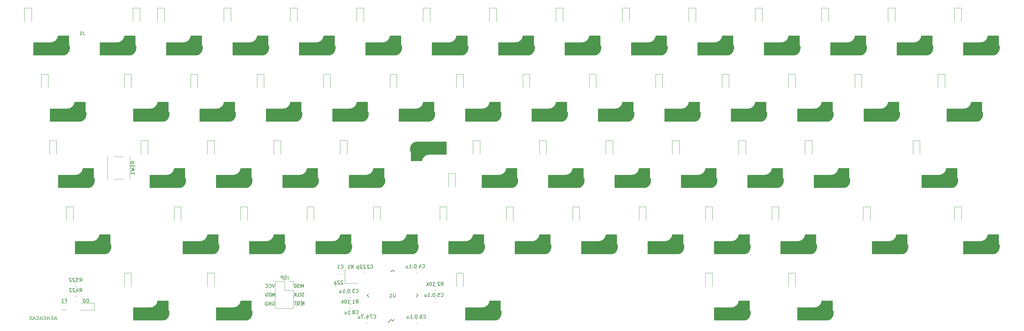
<source format=gbr>
%TF.GenerationSoftware,KiCad,Pcbnew,(5.1.9)-1*%
%TF.CreationDate,2021-04-11T15:21:24+09:00*%
%TF.ProjectId,yuiop60hh3,7975696f-7036-4306-9868-332e6b696361,1*%
%TF.SameCoordinates,Original*%
%TF.FileFunction,Legend,Bot*%
%TF.FilePolarity,Positive*%
%FSLAX46Y46*%
G04 Gerber Fmt 4.6, Leading zero omitted, Abs format (unit mm)*
G04 Created by KiCad (PCBNEW (5.1.9)-1) date 2021-04-11 15:21:24*
%MOMM*%
%LPD*%
G01*
G04 APERTURE LIST*
%ADD10C,0.150000*%
%ADD11C,0.120000*%
%ADD12C,0.400000*%
%ADD13C,3.500000*%
%ADD14C,0.500000*%
%ADD15C,0.300000*%
%ADD16C,3.000000*%
%ADD17C,1.000000*%
%ADD18C,0.800000*%
G04 APERTURE END LIST*
D10*
X81570238Y-191235064D02*
X81570238Y-191806493D01*
X81608333Y-191920779D01*
X81684523Y-191996969D01*
X81798809Y-192035064D01*
X81875000Y-192035064D01*
X80808333Y-192035064D02*
X81189285Y-192035064D01*
X81189285Y-191235064D01*
X80084523Y-191958874D02*
X80122619Y-191996969D01*
X80236904Y-192035064D01*
X80313095Y-192035064D01*
X80427380Y-191996969D01*
X80503571Y-191920779D01*
X80541666Y-191844588D01*
X80579761Y-191692207D01*
X80579761Y-191577921D01*
X80541666Y-191425540D01*
X80503571Y-191349350D01*
X80427380Y-191273160D01*
X80313095Y-191235064D01*
X80236904Y-191235064D01*
X80122619Y-191273160D01*
X80084523Y-191311255D01*
X79513095Y-191235064D02*
X79513095Y-191806493D01*
X79551190Y-191920779D01*
X79627380Y-191996969D01*
X79741666Y-192035064D01*
X79817857Y-192035064D01*
X78751190Y-192035064D02*
X79132142Y-192035064D01*
X79132142Y-191235064D01*
X78027380Y-191958874D02*
X78065476Y-191996969D01*
X78179761Y-192035064D01*
X78255952Y-192035064D01*
X78370238Y-191996969D01*
X78446428Y-191920779D01*
X78484523Y-191844588D01*
X78522619Y-191692207D01*
X78522619Y-191577921D01*
X78484523Y-191425540D01*
X78446428Y-191349350D01*
X78370238Y-191273160D01*
X78255952Y-191235064D01*
X78179761Y-191235064D01*
X78065476Y-191273160D01*
X78027380Y-191311255D01*
X77455952Y-191235064D02*
X77455952Y-191806493D01*
X77494047Y-191920779D01*
X77570238Y-191996969D01*
X77684523Y-192035064D01*
X77760714Y-192035064D01*
X76694047Y-192035064D02*
X77075000Y-192035064D01*
X77075000Y-191235064D01*
X75970238Y-191958874D02*
X76008333Y-191996969D01*
X76122619Y-192035064D01*
X76198809Y-192035064D01*
X76313095Y-191996969D01*
X76389285Y-191920779D01*
X76427380Y-191844588D01*
X76465476Y-191692207D01*
X76465476Y-191577921D01*
X76427380Y-191425540D01*
X76389285Y-191349350D01*
X76313095Y-191273160D01*
X76198809Y-191235064D01*
X76122619Y-191235064D01*
X76008333Y-191273160D01*
X75970238Y-191311255D01*
X75398809Y-191235064D02*
X75398809Y-191806493D01*
X75436904Y-191920779D01*
X75513095Y-191996969D01*
X75627380Y-192035064D01*
X75703571Y-192035064D01*
X74636904Y-192035064D02*
X75017857Y-192035064D01*
X75017857Y-191235064D01*
X73913095Y-191958874D02*
X73951190Y-191996969D01*
X74065476Y-192035064D01*
X74141666Y-192035064D01*
X74255952Y-191996969D01*
X74332142Y-191920779D01*
X74370238Y-191844588D01*
X74408333Y-191692207D01*
X74408333Y-191577921D01*
X74370238Y-191425540D01*
X74332142Y-191349350D01*
X74255952Y-191273160D01*
X74141666Y-191235064D01*
X74065476Y-191235064D01*
X73951190Y-191273160D01*
X73913095Y-191311255D01*
X144208333Y-181917540D02*
X143875000Y-182917540D01*
X143541666Y-181917540D01*
X142636904Y-182822302D02*
X142684523Y-182869921D01*
X142827380Y-182917540D01*
X142922619Y-182917540D01*
X143065476Y-182869921D01*
X143160714Y-182774683D01*
X143208333Y-182679445D01*
X143255952Y-182488969D01*
X143255952Y-182346112D01*
X143208333Y-182155636D01*
X143160714Y-182060398D01*
X143065476Y-181965160D01*
X142922619Y-181917540D01*
X142827380Y-181917540D01*
X142684523Y-181965160D01*
X142636904Y-182012779D01*
X141636904Y-182822302D02*
X141684523Y-182869921D01*
X141827380Y-182917540D01*
X141922619Y-182917540D01*
X142065476Y-182869921D01*
X142160714Y-182774683D01*
X142208333Y-182679445D01*
X142255952Y-182488969D01*
X142255952Y-182346112D01*
X142208333Y-182155636D01*
X142160714Y-182060398D01*
X142065476Y-181965160D01*
X141922619Y-181917540D01*
X141827380Y-181917540D01*
X141684523Y-181965160D01*
X141636904Y-182012779D01*
X152627380Y-185419921D02*
X152513095Y-185467540D01*
X152322619Y-185467540D01*
X152246428Y-185419921D01*
X152208333Y-185372302D01*
X152170238Y-185277064D01*
X152170238Y-185181826D01*
X152208333Y-185086588D01*
X152246428Y-185038969D01*
X152322619Y-184991350D01*
X152475000Y-184943731D01*
X152551190Y-184896112D01*
X152589285Y-184848493D01*
X152627380Y-184753255D01*
X152627380Y-184658017D01*
X152589285Y-184562779D01*
X152551190Y-184515160D01*
X152475000Y-184467540D01*
X152284523Y-184467540D01*
X152170238Y-184515160D01*
X151370238Y-185372302D02*
X151408333Y-185419921D01*
X151522619Y-185467540D01*
X151598809Y-185467540D01*
X151713095Y-185419921D01*
X151789285Y-185324683D01*
X151827380Y-185229445D01*
X151865476Y-185038969D01*
X151865476Y-184896112D01*
X151827380Y-184705636D01*
X151789285Y-184610398D01*
X151713095Y-184515160D01*
X151598809Y-184467540D01*
X151522619Y-184467540D01*
X151408333Y-184515160D01*
X151370238Y-184562779D01*
X150646428Y-185467540D02*
X151027380Y-185467540D01*
X151027380Y-184467540D01*
X150379761Y-185467540D02*
X150379761Y-184467540D01*
X149922619Y-185467540D02*
X150265476Y-184896112D01*
X149922619Y-184467540D02*
X150379761Y-185038969D01*
X152269047Y-187967540D02*
X152485714Y-187491350D01*
X152640476Y-187967540D02*
X152640476Y-186967540D01*
X152392857Y-186967540D01*
X152330952Y-187015160D01*
X152300000Y-187062779D01*
X152269047Y-187158017D01*
X152269047Y-187300874D01*
X152300000Y-187396112D01*
X152330952Y-187443731D01*
X152392857Y-187491350D01*
X152640476Y-187491350D01*
X151990476Y-187443731D02*
X151773809Y-187443731D01*
X151680952Y-187967540D02*
X151990476Y-187967540D01*
X151990476Y-186967540D01*
X151680952Y-186967540D01*
X151433333Y-187919921D02*
X151340476Y-187967540D01*
X151185714Y-187967540D01*
X151123809Y-187919921D01*
X151092857Y-187872302D01*
X151061904Y-187777064D01*
X151061904Y-187681826D01*
X151092857Y-187586588D01*
X151123809Y-187538969D01*
X151185714Y-187491350D01*
X151309523Y-187443731D01*
X151371428Y-187396112D01*
X151402380Y-187348493D01*
X151433333Y-187253255D01*
X151433333Y-187158017D01*
X151402380Y-187062779D01*
X151371428Y-187015160D01*
X151309523Y-186967540D01*
X151154761Y-186967540D01*
X151061904Y-187015160D01*
X150783333Y-187443731D02*
X150566666Y-187443731D01*
X150473809Y-187967540D02*
X150783333Y-187967540D01*
X150783333Y-186967540D01*
X150473809Y-186967540D01*
X150288095Y-186967540D02*
X149916666Y-186967540D01*
X150102380Y-187967540D02*
X150102380Y-186967540D01*
X144182142Y-185467540D02*
X144182142Y-184467540D01*
X143915476Y-185181826D01*
X143648809Y-184467540D01*
X143648809Y-185467540D01*
X143115476Y-184467540D02*
X142963095Y-184467540D01*
X142886904Y-184515160D01*
X142810714Y-184610398D01*
X142772619Y-184800874D01*
X142772619Y-185134207D01*
X142810714Y-185324683D01*
X142886904Y-185419921D01*
X142963095Y-185467540D01*
X143115476Y-185467540D01*
X143191666Y-185419921D01*
X143267857Y-185324683D01*
X143305952Y-185134207D01*
X143305952Y-184800874D01*
X143267857Y-184610398D01*
X143191666Y-184515160D01*
X143115476Y-184467540D01*
X142467857Y-185419921D02*
X142353571Y-185467540D01*
X142163095Y-185467540D01*
X142086904Y-185419921D01*
X142048809Y-185372302D01*
X142010714Y-185277064D01*
X142010714Y-185181826D01*
X142048809Y-185086588D01*
X142086904Y-185038969D01*
X142163095Y-184991350D01*
X142315476Y-184943731D01*
X142391666Y-184896112D01*
X142429761Y-184848493D01*
X142467857Y-184753255D01*
X142467857Y-184658017D01*
X142429761Y-184562779D01*
X142391666Y-184515160D01*
X142315476Y-184467540D01*
X142125000Y-184467540D01*
X142010714Y-184515160D01*
X141667857Y-185467540D02*
X141667857Y-184467540D01*
X143636904Y-187065160D02*
X143732142Y-187017540D01*
X143875000Y-187017540D01*
X144017857Y-187065160D01*
X144113095Y-187160398D01*
X144160714Y-187255636D01*
X144208333Y-187446112D01*
X144208333Y-187588969D01*
X144160714Y-187779445D01*
X144113095Y-187874683D01*
X144017857Y-187969921D01*
X143875000Y-188017540D01*
X143779761Y-188017540D01*
X143636904Y-187969921D01*
X143589285Y-187922302D01*
X143589285Y-187588969D01*
X143779761Y-187588969D01*
X143160714Y-188017540D02*
X143160714Y-187017540D01*
X142589285Y-188017540D01*
X142589285Y-187017540D01*
X142113095Y-188017540D02*
X142113095Y-187017540D01*
X141875000Y-187017540D01*
X141732142Y-187065160D01*
X141636904Y-187160398D01*
X141589285Y-187255636D01*
X141541666Y-187446112D01*
X141541666Y-187588969D01*
X141589285Y-187779445D01*
X141636904Y-187874683D01*
X141732142Y-187969921D01*
X141875000Y-188017540D01*
X142113095Y-188017540D01*
X152482142Y-182917540D02*
X152482142Y-181917540D01*
X152215476Y-182631826D01*
X151948809Y-181917540D01*
X151948809Y-182917540D01*
X151567857Y-182917540D02*
X151567857Y-181917540D01*
X151225000Y-182869921D02*
X151110714Y-182917540D01*
X150920238Y-182917540D01*
X150844047Y-182869921D01*
X150805952Y-182822302D01*
X150767857Y-182727064D01*
X150767857Y-182631826D01*
X150805952Y-182536588D01*
X150844047Y-182488969D01*
X150920238Y-182441350D01*
X151072619Y-182393731D01*
X151148809Y-182346112D01*
X151186904Y-182298493D01*
X151225000Y-182203255D01*
X151225000Y-182108017D01*
X151186904Y-182012779D01*
X151148809Y-181965160D01*
X151072619Y-181917540D01*
X150882142Y-181917540D01*
X150767857Y-181965160D01*
X150272619Y-181917540D02*
X150120238Y-181917540D01*
X150044047Y-181965160D01*
X149967857Y-182060398D01*
X149929761Y-182250874D01*
X149929761Y-182584207D01*
X149967857Y-182774683D01*
X150044047Y-182869921D01*
X150120238Y-182917540D01*
X150272619Y-182917540D01*
X150348809Y-182869921D01*
X150425000Y-182774683D01*
X150463095Y-182584207D01*
X150463095Y-182250874D01*
X150425000Y-182060398D01*
X150348809Y-181965160D01*
X150272619Y-181917540D01*
D11*
%TO.C,R2*%
X190523724Y-182662500D02*
X190014276Y-182662500D01*
X190523724Y-183707500D02*
X190014276Y-183707500D01*
%TO.C,X1*%
X164389000Y-181729000D02*
X164389000Y-177529000D01*
X167889000Y-181729000D02*
X164389000Y-181729000D01*
%TO.C,C8*%
X165738733Y-191823000D02*
X166031267Y-191823000D01*
X165738733Y-190803000D02*
X166031267Y-190803000D01*
%TO.C,C7*%
X170857267Y-192073000D02*
X170564733Y-192073000D01*
X170857267Y-193093000D02*
X170564733Y-193093000D01*
%TO.C,C2*%
X169929733Y-177722000D02*
X170222267Y-177722000D01*
X169929733Y-178742000D02*
X170222267Y-178742000D01*
%TO.C,C1*%
X163601000Y-179267267D02*
X163601000Y-178974733D01*
X162581000Y-179267267D02*
X162581000Y-178974733D01*
D12*
%TO.C,KSW60*%
X294350000Y-192125000D02*
X295600000Y-192125000D01*
D13*
X296000000Y-190525000D02*
X302700000Y-190525000D01*
D10*
X304250000Y-191275000D02*
X304250000Y-186825000D01*
D14*
X304050000Y-187025000D02*
X301600000Y-187025000D01*
D15*
X304400000Y-189775000D02*
X304400000Y-190425000D01*
D16*
X302770000Y-190825000D02*
X302770000Y-188585000D01*
D10*
X294220000Y-189725000D02*
X294220000Y-191975000D01*
X304500000Y-189675000D02*
X304300000Y-189675000D01*
X294200000Y-188725000D02*
X294200000Y-192325000D01*
X304500000Y-190425000D02*
X304500000Y-189675000D01*
X294200000Y-192325000D02*
X302400001Y-192325000D01*
D17*
X294700000Y-191725000D02*
X294700000Y-189225000D01*
D14*
X294400000Y-188975000D02*
X295700000Y-189025000D01*
D10*
X304250000Y-186825000D02*
X301220000Y-186825000D01*
X299000000Y-188725000D02*
X294200000Y-188725000D01*
D18*
X303900000Y-187325000D02*
X303900000Y-189124999D01*
D10*
X301216318Y-186846471D02*
G75*
G02*
X299000000Y-188725000I-2151318J291471D01*
G01*
X304500000Y-190424999D02*
G75*
G02*
X302400001Y-192325000I-2000000J99999D01*
G01*
D17*
X301616318Y-187246471D02*
G75*
G02*
X299400000Y-189125000I-2151318J291471D01*
G01*
D12*
%TO.C,KSW59*%
X270538000Y-192125000D02*
X271788000Y-192125000D01*
D13*
X272188000Y-190525000D02*
X278888000Y-190525000D01*
D10*
X280438000Y-191275000D02*
X280438000Y-186825000D01*
D14*
X280238000Y-187025000D02*
X277788000Y-187025000D01*
D15*
X280588000Y-189775000D02*
X280588000Y-190425000D01*
D16*
X278958000Y-190825000D02*
X278958000Y-188585000D01*
D10*
X270408000Y-189725000D02*
X270408000Y-191975000D01*
X280688000Y-189675000D02*
X280488000Y-189675000D01*
X270388000Y-188725000D02*
X270388000Y-192325000D01*
X280688000Y-190425000D02*
X280688000Y-189675000D01*
X270388000Y-192325000D02*
X278588001Y-192325000D01*
D17*
X270888000Y-191725000D02*
X270888000Y-189225000D01*
D14*
X270588000Y-188975000D02*
X271888000Y-189025000D01*
D10*
X280438000Y-186825000D02*
X277408000Y-186825000D01*
X275188000Y-188725000D02*
X270388000Y-188725000D01*
D18*
X280088000Y-187325000D02*
X280088000Y-189124999D01*
D10*
X277404318Y-186846471D02*
G75*
G02*
X275188000Y-188725000I-2151318J291471D01*
G01*
X280688000Y-190424999D02*
G75*
G02*
X278588001Y-192325000I-2000000J99999D01*
G01*
D17*
X277804318Y-187246471D02*
G75*
G02*
X275588000Y-189125000I-2151318J291471D01*
G01*
D12*
%TO.C,KSW58*%
X199100000Y-192125000D02*
X200350000Y-192125000D01*
D13*
X200750000Y-190525000D02*
X207450000Y-190525000D01*
D10*
X209000000Y-191275000D02*
X209000000Y-186825000D01*
D14*
X208800000Y-187025000D02*
X206350000Y-187025000D01*
D15*
X209150000Y-189775000D02*
X209150000Y-190425000D01*
D16*
X207520000Y-190825000D02*
X207520000Y-188585000D01*
D10*
X198970000Y-189725000D02*
X198970000Y-191975000D01*
X209250000Y-189675000D02*
X209050000Y-189675000D01*
X198950000Y-188725000D02*
X198950000Y-192325000D01*
X209250000Y-190425000D02*
X209250000Y-189675000D01*
X198950000Y-192325000D02*
X207150001Y-192325000D01*
D17*
X199450000Y-191725000D02*
X199450000Y-189225000D01*
D14*
X199150000Y-188975000D02*
X200450000Y-189025000D01*
D10*
X209000000Y-186825000D02*
X205970000Y-186825000D01*
X203750000Y-188725000D02*
X198950000Y-188725000D01*
D18*
X208650000Y-187325000D02*
X208650000Y-189124999D01*
D10*
X205966318Y-186846471D02*
G75*
G02*
X203750000Y-188725000I-2151318J291471D01*
G01*
X209250000Y-190424999D02*
G75*
G02*
X207150001Y-192325000I-2000000J99999D01*
G01*
D17*
X206366318Y-187246471D02*
G75*
G02*
X204150000Y-189125000I-2151318J291471D01*
G01*
D12*
%TO.C,KSW57*%
X127662000Y-192125000D02*
X128912000Y-192125000D01*
D13*
X129312000Y-190525000D02*
X136012000Y-190525000D01*
D10*
X137562000Y-191275000D02*
X137562000Y-186825000D01*
D14*
X137362000Y-187025000D02*
X134912000Y-187025000D01*
D15*
X137712000Y-189775000D02*
X137712000Y-190425000D01*
D16*
X136082000Y-190825000D02*
X136082000Y-188585000D01*
D10*
X127532000Y-189725000D02*
X127532000Y-191975000D01*
X137812000Y-189675000D02*
X137612000Y-189675000D01*
X127512000Y-188725000D02*
X127512000Y-192325000D01*
X137812000Y-190425000D02*
X137812000Y-189675000D01*
X127512000Y-192325000D02*
X135712001Y-192325000D01*
D17*
X128012000Y-191725000D02*
X128012000Y-189225000D01*
D14*
X127712000Y-188975000D02*
X129012000Y-189025000D01*
D10*
X137562000Y-186825000D02*
X134532000Y-186825000D01*
X132312000Y-188725000D02*
X127512000Y-188725000D01*
D18*
X137212000Y-187325000D02*
X137212000Y-189124999D01*
D10*
X134528318Y-186846471D02*
G75*
G02*
X132312000Y-188725000I-2151318J291471D01*
G01*
X137812000Y-190424999D02*
G75*
G02*
X135712001Y-192325000I-2000000J99999D01*
G01*
D17*
X134928318Y-187246471D02*
G75*
G02*
X132712000Y-189125000I-2151318J291471D01*
G01*
D12*
%TO.C,KSW56*%
X103850000Y-192125000D02*
X105100000Y-192125000D01*
D13*
X105500000Y-190525000D02*
X112200000Y-190525000D01*
D10*
X113750000Y-191275000D02*
X113750000Y-186825000D01*
D14*
X113550000Y-187025000D02*
X111100000Y-187025000D01*
D15*
X113900000Y-189775000D02*
X113900000Y-190425000D01*
D16*
X112270000Y-190825000D02*
X112270000Y-188585000D01*
D10*
X103720000Y-189725000D02*
X103720000Y-191975000D01*
X114000000Y-189675000D02*
X113800000Y-189675000D01*
X103700000Y-188725000D02*
X103700000Y-192325000D01*
X114000000Y-190425000D02*
X114000000Y-189675000D01*
X103700000Y-192325000D02*
X111900001Y-192325000D01*
D17*
X104200000Y-191725000D02*
X104200000Y-189225000D01*
D14*
X103900000Y-188975000D02*
X105200000Y-189025000D01*
D10*
X113750000Y-186825000D02*
X110720000Y-186825000D01*
X108500000Y-188725000D02*
X103700000Y-188725000D01*
D18*
X113400000Y-187325000D02*
X113400000Y-189124999D01*
D10*
X110716318Y-186846471D02*
G75*
G02*
X108500000Y-188725000I-2151318J291471D01*
G01*
X114000000Y-190424999D02*
G75*
G02*
X111900001Y-192325000I-2000000J99999D01*
G01*
D17*
X111116318Y-187246471D02*
G75*
G02*
X108900000Y-189125000I-2151318J291471D01*
G01*
D12*
%TO.C,KSW55*%
X341975000Y-173075000D02*
X343225000Y-173075000D01*
D13*
X343625000Y-171475000D02*
X350325000Y-171475000D01*
D10*
X351875000Y-172225000D02*
X351875000Y-167775000D01*
D14*
X351675000Y-167975000D02*
X349225000Y-167975000D01*
D15*
X352025000Y-170725000D02*
X352025000Y-171375000D01*
D16*
X350395000Y-171775000D02*
X350395000Y-169535000D01*
D10*
X341845000Y-170675000D02*
X341845000Y-172925000D01*
X352125000Y-170625000D02*
X351925000Y-170625000D01*
X341825000Y-169675000D02*
X341825000Y-173275000D01*
X352125000Y-171375000D02*
X352125000Y-170625000D01*
X341825000Y-173275000D02*
X350025001Y-173275000D01*
D17*
X342325000Y-172675000D02*
X342325000Y-170175000D01*
D14*
X342025000Y-169925000D02*
X343325000Y-169975000D01*
D10*
X351875000Y-167775000D02*
X348845000Y-167775000D01*
X346625000Y-169675000D02*
X341825000Y-169675000D01*
D18*
X351525000Y-168275000D02*
X351525000Y-170074999D01*
D10*
X348841318Y-167796471D02*
G75*
G02*
X346625000Y-169675000I-2151318J291471D01*
G01*
X352125000Y-171374999D02*
G75*
G02*
X350025001Y-173275000I-2000000J99999D01*
G01*
D17*
X349241318Y-168196471D02*
G75*
G02*
X347025000Y-170075000I-2151318J291471D01*
G01*
D12*
%TO.C,KSW54*%
X315781000Y-173075000D02*
X317031000Y-173075000D01*
D13*
X317431000Y-171475000D02*
X324131000Y-171475000D01*
D10*
X325681000Y-172225000D02*
X325681000Y-167775000D01*
D14*
X325481000Y-167975000D02*
X323031000Y-167975000D01*
D15*
X325831000Y-170725000D02*
X325831000Y-171375000D01*
D16*
X324201000Y-171775000D02*
X324201000Y-169535000D01*
D10*
X315651000Y-170675000D02*
X315651000Y-172925000D01*
X325931000Y-170625000D02*
X325731000Y-170625000D01*
X315631000Y-169675000D02*
X315631000Y-173275000D01*
X325931000Y-171375000D02*
X325931000Y-170625000D01*
X315631000Y-173275000D02*
X323831001Y-173275000D01*
D17*
X316131000Y-172675000D02*
X316131000Y-170175000D01*
D14*
X315831000Y-169925000D02*
X317131000Y-169975000D01*
D10*
X325681000Y-167775000D02*
X322651000Y-167775000D01*
X320431000Y-169675000D02*
X315631000Y-169675000D01*
D18*
X325331000Y-168275000D02*
X325331000Y-170074999D01*
D10*
X322647318Y-167796471D02*
G75*
G02*
X320431000Y-169675000I-2151318J291471D01*
G01*
X325931000Y-171374999D02*
G75*
G02*
X323831001Y-173275000I-2000000J99999D01*
G01*
D17*
X323047318Y-168196471D02*
G75*
G02*
X320831000Y-170075000I-2151318J291471D01*
G01*
D12*
%TO.C,KSW53*%
X289588000Y-173075000D02*
X290838000Y-173075000D01*
D13*
X291238000Y-171475000D02*
X297938000Y-171475000D01*
D10*
X299488000Y-172225000D02*
X299488000Y-167775000D01*
D14*
X299288000Y-167975000D02*
X296838000Y-167975000D01*
D15*
X299638000Y-170725000D02*
X299638000Y-171375000D01*
D16*
X298008000Y-171775000D02*
X298008000Y-169535000D01*
D10*
X289458000Y-170675000D02*
X289458000Y-172925000D01*
X299738000Y-170625000D02*
X299538000Y-170625000D01*
X289438000Y-169675000D02*
X289438000Y-173275000D01*
X299738000Y-171375000D02*
X299738000Y-170625000D01*
X289438000Y-173275000D02*
X297638001Y-173275000D01*
D17*
X289938000Y-172675000D02*
X289938000Y-170175000D01*
D14*
X289638000Y-169925000D02*
X290938000Y-169975000D01*
D10*
X299488000Y-167775000D02*
X296458000Y-167775000D01*
X294238000Y-169675000D02*
X289438000Y-169675000D01*
D18*
X299138000Y-168275000D02*
X299138000Y-170074999D01*
D10*
X296454318Y-167796471D02*
G75*
G02*
X294238000Y-169675000I-2151318J291471D01*
G01*
X299738000Y-171374999D02*
G75*
G02*
X297638001Y-173275000I-2000000J99999D01*
G01*
D17*
X296854318Y-168196471D02*
G75*
G02*
X294638000Y-170075000I-2151318J291471D01*
G01*
D12*
%TO.C,KSW52*%
X270538000Y-173075000D02*
X271788000Y-173075000D01*
D13*
X272188000Y-171475000D02*
X278888000Y-171475000D01*
D10*
X280438000Y-172225000D02*
X280438000Y-167775000D01*
D14*
X280238000Y-167975000D02*
X277788000Y-167975000D01*
D15*
X280588000Y-170725000D02*
X280588000Y-171375000D01*
D16*
X278958000Y-171775000D02*
X278958000Y-169535000D01*
D10*
X270408000Y-170675000D02*
X270408000Y-172925000D01*
X280688000Y-170625000D02*
X280488000Y-170625000D01*
X270388000Y-169675000D02*
X270388000Y-173275000D01*
X280688000Y-171375000D02*
X280688000Y-170625000D01*
X270388000Y-173275000D02*
X278588001Y-173275000D01*
D17*
X270888000Y-172675000D02*
X270888000Y-170175000D01*
D14*
X270588000Y-169925000D02*
X271888000Y-169975000D01*
D10*
X280438000Y-167775000D02*
X277408000Y-167775000D01*
X275188000Y-169675000D02*
X270388000Y-169675000D01*
D18*
X280088000Y-168275000D02*
X280088000Y-170074999D01*
D10*
X277404318Y-167796471D02*
G75*
G02*
X275188000Y-169675000I-2151318J291471D01*
G01*
X280688000Y-171374999D02*
G75*
G02*
X278588001Y-173275000I-2000000J99999D01*
G01*
D17*
X277804318Y-168196471D02*
G75*
G02*
X275588000Y-170075000I-2151318J291471D01*
G01*
D12*
%TO.C,KSW51*%
X251488000Y-173075000D02*
X252738000Y-173075000D01*
D13*
X253138000Y-171475000D02*
X259838000Y-171475000D01*
D10*
X261388000Y-172225000D02*
X261388000Y-167775000D01*
D14*
X261188000Y-167975000D02*
X258738000Y-167975000D01*
D15*
X261538000Y-170725000D02*
X261538000Y-171375000D01*
D16*
X259908000Y-171775000D02*
X259908000Y-169535000D01*
D10*
X251358000Y-170675000D02*
X251358000Y-172925000D01*
X261638000Y-170625000D02*
X261438000Y-170625000D01*
X251338000Y-169675000D02*
X251338000Y-173275000D01*
X261638000Y-171375000D02*
X261638000Y-170625000D01*
X251338000Y-173275000D02*
X259538001Y-173275000D01*
D17*
X251838000Y-172675000D02*
X251838000Y-170175000D01*
D14*
X251538000Y-169925000D02*
X252838000Y-169975000D01*
D10*
X261388000Y-167775000D02*
X258358000Y-167775000D01*
X256138000Y-169675000D02*
X251338000Y-169675000D01*
D18*
X261038000Y-168275000D02*
X261038000Y-170074999D01*
D10*
X258354318Y-167796471D02*
G75*
G02*
X256138000Y-169675000I-2151318J291471D01*
G01*
X261638000Y-171374999D02*
G75*
G02*
X259538001Y-173275000I-2000000J99999D01*
G01*
D17*
X258754318Y-168196471D02*
G75*
G02*
X256538000Y-170075000I-2151318J291471D01*
G01*
D12*
%TO.C,KSW50*%
X232438000Y-173075000D02*
X233688000Y-173075000D01*
D13*
X234088000Y-171475000D02*
X240788000Y-171475000D01*
D10*
X242338000Y-172225000D02*
X242338000Y-167775000D01*
D14*
X242138000Y-167975000D02*
X239688000Y-167975000D01*
D15*
X242488000Y-170725000D02*
X242488000Y-171375000D01*
D16*
X240858000Y-171775000D02*
X240858000Y-169535000D01*
D10*
X232308000Y-170675000D02*
X232308000Y-172925000D01*
X242588000Y-170625000D02*
X242388000Y-170625000D01*
X232288000Y-169675000D02*
X232288000Y-173275000D01*
X242588000Y-171375000D02*
X242588000Y-170625000D01*
X232288000Y-173275000D02*
X240488001Y-173275000D01*
D17*
X232788000Y-172675000D02*
X232788000Y-170175000D01*
D14*
X232488000Y-169925000D02*
X233788000Y-169975000D01*
D10*
X242338000Y-167775000D02*
X239308000Y-167775000D01*
X237088000Y-169675000D02*
X232288000Y-169675000D01*
D18*
X241988000Y-168275000D02*
X241988000Y-170074999D01*
D10*
X239304318Y-167796471D02*
G75*
G02*
X237088000Y-169675000I-2151318J291471D01*
G01*
X242588000Y-171374999D02*
G75*
G02*
X240488001Y-173275000I-2000000J99999D01*
G01*
D17*
X239704318Y-168196471D02*
G75*
G02*
X237488000Y-170075000I-2151318J291471D01*
G01*
D12*
%TO.C,KSW49*%
X213388000Y-173075000D02*
X214638000Y-173075000D01*
D13*
X215038000Y-171475000D02*
X221738000Y-171475000D01*
D10*
X223288000Y-172225000D02*
X223288000Y-167775000D01*
D14*
X223088000Y-167975000D02*
X220638000Y-167975000D01*
D15*
X223438000Y-170725000D02*
X223438000Y-171375000D01*
D16*
X221808000Y-171775000D02*
X221808000Y-169535000D01*
D10*
X213258000Y-170675000D02*
X213258000Y-172925000D01*
X223538000Y-170625000D02*
X223338000Y-170625000D01*
X213238000Y-169675000D02*
X213238000Y-173275000D01*
X223538000Y-171375000D02*
X223538000Y-170625000D01*
X213238000Y-173275000D02*
X221438001Y-173275000D01*
D17*
X213738000Y-172675000D02*
X213738000Y-170175000D01*
D14*
X213438000Y-169925000D02*
X214738000Y-169975000D01*
D10*
X223288000Y-167775000D02*
X220258000Y-167775000D01*
X218038000Y-169675000D02*
X213238000Y-169675000D01*
D18*
X222938000Y-168275000D02*
X222938000Y-170074999D01*
D10*
X220254318Y-167796471D02*
G75*
G02*
X218038000Y-169675000I-2151318J291471D01*
G01*
X223538000Y-171374999D02*
G75*
G02*
X221438001Y-173275000I-2000000J99999D01*
G01*
D17*
X220654318Y-168196471D02*
G75*
G02*
X218438000Y-170075000I-2151318J291471D01*
G01*
D12*
%TO.C,KSW48*%
X194338000Y-173075000D02*
X195588000Y-173075000D01*
D13*
X195988000Y-171475000D02*
X202688000Y-171475000D01*
D10*
X204238000Y-172225000D02*
X204238000Y-167775000D01*
D14*
X204038000Y-167975000D02*
X201588000Y-167975000D01*
D15*
X204388000Y-170725000D02*
X204388000Y-171375000D01*
D16*
X202758000Y-171775000D02*
X202758000Y-169535000D01*
D10*
X194208000Y-170675000D02*
X194208000Y-172925000D01*
X204488000Y-170625000D02*
X204288000Y-170625000D01*
X194188000Y-169675000D02*
X194188000Y-173275000D01*
X204488000Y-171375000D02*
X204488000Y-170625000D01*
X194188000Y-173275000D02*
X202388001Y-173275000D01*
D17*
X194688000Y-172675000D02*
X194688000Y-170175000D01*
D14*
X194388000Y-169925000D02*
X195688000Y-169975000D01*
D10*
X204238000Y-167775000D02*
X201208000Y-167775000D01*
X198988000Y-169675000D02*
X194188000Y-169675000D01*
D18*
X203888000Y-168275000D02*
X203888000Y-170074999D01*
D10*
X201204318Y-167796471D02*
G75*
G02*
X198988000Y-169675000I-2151318J291471D01*
G01*
X204488000Y-171374999D02*
G75*
G02*
X202388001Y-173275000I-2000000J99999D01*
G01*
D17*
X201604318Y-168196471D02*
G75*
G02*
X199388000Y-170075000I-2151318J291471D01*
G01*
D12*
%TO.C,KSW47*%
X175288000Y-173075000D02*
X176538000Y-173075000D01*
D13*
X176938000Y-171475000D02*
X183638000Y-171475000D01*
D10*
X185188000Y-172225000D02*
X185188000Y-167775000D01*
D14*
X184988000Y-167975000D02*
X182538000Y-167975000D01*
D15*
X185338000Y-170725000D02*
X185338000Y-171375000D01*
D16*
X183708000Y-171775000D02*
X183708000Y-169535000D01*
D10*
X175158000Y-170675000D02*
X175158000Y-172925000D01*
X185438000Y-170625000D02*
X185238000Y-170625000D01*
X175138000Y-169675000D02*
X175138000Y-173275000D01*
X185438000Y-171375000D02*
X185438000Y-170625000D01*
X175138000Y-173275000D02*
X183338001Y-173275000D01*
D17*
X175638000Y-172675000D02*
X175638000Y-170175000D01*
D14*
X175338000Y-169925000D02*
X176638000Y-169975000D01*
D10*
X185188000Y-167775000D02*
X182158000Y-167775000D01*
X179938000Y-169675000D02*
X175138000Y-169675000D01*
D18*
X184838000Y-168275000D02*
X184838000Y-170074999D01*
D10*
X182154318Y-167796471D02*
G75*
G02*
X179938000Y-169675000I-2151318J291471D01*
G01*
X185438000Y-171374999D02*
G75*
G02*
X183338001Y-173275000I-2000000J99999D01*
G01*
D17*
X182554318Y-168196471D02*
G75*
G02*
X180338000Y-170075000I-2151318J291471D01*
G01*
D12*
%TO.C,KSW46*%
X156238000Y-173075000D02*
X157488000Y-173075000D01*
D13*
X157888000Y-171475000D02*
X164588000Y-171475000D01*
D10*
X166138000Y-172225000D02*
X166138000Y-167775000D01*
D14*
X165938000Y-167975000D02*
X163488000Y-167975000D01*
D15*
X166288000Y-170725000D02*
X166288000Y-171375000D01*
D16*
X164658000Y-171775000D02*
X164658000Y-169535000D01*
D10*
X156108000Y-170675000D02*
X156108000Y-172925000D01*
X166388000Y-170625000D02*
X166188000Y-170625000D01*
X156088000Y-169675000D02*
X156088000Y-173275000D01*
X166388000Y-171375000D02*
X166388000Y-170625000D01*
X156088000Y-173275000D02*
X164288001Y-173275000D01*
D17*
X156588000Y-172675000D02*
X156588000Y-170175000D01*
D14*
X156288000Y-169925000D02*
X157588000Y-169975000D01*
D10*
X166138000Y-167775000D02*
X163108000Y-167775000D01*
X160888000Y-169675000D02*
X156088000Y-169675000D01*
D18*
X165788000Y-168275000D02*
X165788000Y-170074999D01*
D10*
X163104318Y-167796471D02*
G75*
G02*
X160888000Y-169675000I-2151318J291471D01*
G01*
X166388000Y-171374999D02*
G75*
G02*
X164288001Y-173275000I-2000000J99999D01*
G01*
D17*
X163504318Y-168196471D02*
G75*
G02*
X161288000Y-170075000I-2151318J291471D01*
G01*
D12*
%TO.C,KSW45*%
X137188000Y-173075000D02*
X138438000Y-173075000D01*
D13*
X138838000Y-171475000D02*
X145538000Y-171475000D01*
D10*
X147088000Y-172225000D02*
X147088000Y-167775000D01*
D14*
X146888000Y-167975000D02*
X144438000Y-167975000D01*
D15*
X147238000Y-170725000D02*
X147238000Y-171375000D01*
D16*
X145608000Y-171775000D02*
X145608000Y-169535000D01*
D10*
X137058000Y-170675000D02*
X137058000Y-172925000D01*
X147338000Y-170625000D02*
X147138000Y-170625000D01*
X137038000Y-169675000D02*
X137038000Y-173275000D01*
X147338000Y-171375000D02*
X147338000Y-170625000D01*
X137038000Y-173275000D02*
X145238001Y-173275000D01*
D17*
X137538000Y-172675000D02*
X137538000Y-170175000D01*
D14*
X137238000Y-169925000D02*
X138538000Y-169975000D01*
D10*
X147088000Y-167775000D02*
X144058000Y-167775000D01*
X141838000Y-169675000D02*
X137038000Y-169675000D01*
D18*
X146738000Y-168275000D02*
X146738000Y-170074999D01*
D10*
X144054318Y-167796471D02*
G75*
G02*
X141838000Y-169675000I-2151318J291471D01*
G01*
X147338000Y-171374999D02*
G75*
G02*
X145238001Y-173275000I-2000000J99999D01*
G01*
D17*
X144454318Y-168196471D02*
G75*
G02*
X142238000Y-170075000I-2151318J291471D01*
G01*
D12*
%TO.C,KSW44*%
X118138000Y-173075000D02*
X119388000Y-173075000D01*
D13*
X119788000Y-171475000D02*
X126488000Y-171475000D01*
D10*
X128038000Y-172225000D02*
X128038000Y-167775000D01*
D14*
X127838000Y-167975000D02*
X125388000Y-167975000D01*
D15*
X128188000Y-170725000D02*
X128188000Y-171375000D01*
D16*
X126558000Y-171775000D02*
X126558000Y-169535000D01*
D10*
X118008000Y-170675000D02*
X118008000Y-172925000D01*
X128288000Y-170625000D02*
X128088000Y-170625000D01*
X117988000Y-169675000D02*
X117988000Y-173275000D01*
X128288000Y-171375000D02*
X128288000Y-170625000D01*
X117988000Y-173275000D02*
X126188001Y-173275000D01*
D17*
X118488000Y-172675000D02*
X118488000Y-170175000D01*
D14*
X118188000Y-169925000D02*
X119488000Y-169975000D01*
D10*
X128038000Y-167775000D02*
X125008000Y-167775000D01*
X122788000Y-169675000D02*
X117988000Y-169675000D01*
D18*
X127688000Y-168275000D02*
X127688000Y-170074999D01*
D10*
X125004318Y-167796471D02*
G75*
G02*
X122788000Y-169675000I-2151318J291471D01*
G01*
X128288000Y-171374999D02*
G75*
G02*
X126188001Y-173275000I-2000000J99999D01*
G01*
D17*
X125404318Y-168196471D02*
G75*
G02*
X123188000Y-170075000I-2151318J291471D01*
G01*
D12*
%TO.C,KSW43*%
X87181200Y-173075000D02*
X88431200Y-173075000D01*
D13*
X88831200Y-171475000D02*
X95531200Y-171475000D01*
D10*
X97081200Y-172225000D02*
X97081200Y-167775000D01*
D14*
X96881200Y-167975000D02*
X94431200Y-167975000D01*
D15*
X97231200Y-170725000D02*
X97231200Y-171375000D01*
D16*
X95601200Y-171775000D02*
X95601200Y-169535000D01*
D10*
X87051200Y-170675000D02*
X87051200Y-172925000D01*
X97331200Y-170625000D02*
X97131200Y-170625000D01*
X87031200Y-169675000D02*
X87031200Y-173275000D01*
X97331200Y-171375000D02*
X97331200Y-170625000D01*
X87031200Y-173275000D02*
X95231201Y-173275000D01*
D17*
X87531200Y-172675000D02*
X87531200Y-170175000D01*
D14*
X87231200Y-169925000D02*
X88531200Y-169975000D01*
D10*
X97081200Y-167775000D02*
X94051200Y-167775000D01*
X91831200Y-169675000D02*
X87031200Y-169675000D01*
D18*
X96731200Y-168275000D02*
X96731200Y-170074999D01*
D10*
X94047518Y-167796471D02*
G75*
G02*
X91831200Y-169675000I-2151318J291471D01*
G01*
X97331200Y-171374999D02*
G75*
G02*
X95231201Y-173275000I-2000000J99999D01*
G01*
D17*
X94447518Y-168196471D02*
G75*
G02*
X92231200Y-170075000I-2151318J291471D01*
G01*
D12*
%TO.C,KSW42*%
X330069000Y-154025000D02*
X331319000Y-154025000D01*
D13*
X331719000Y-152425000D02*
X338419000Y-152425000D01*
D10*
X339969000Y-153175000D02*
X339969000Y-148725000D01*
D14*
X339769000Y-148925000D02*
X337319000Y-148925000D01*
D15*
X340119000Y-151675000D02*
X340119000Y-152325000D01*
D16*
X338489000Y-152725000D02*
X338489000Y-150485000D01*
D10*
X329939000Y-151625000D02*
X329939000Y-153875000D01*
X340219000Y-151575000D02*
X340019000Y-151575000D01*
X329919000Y-150625000D02*
X329919000Y-154225000D01*
X340219000Y-152325000D02*
X340219000Y-151575000D01*
X329919000Y-154225000D02*
X338119001Y-154225000D01*
D17*
X330419000Y-153625000D02*
X330419000Y-151125000D01*
D14*
X330119000Y-150875000D02*
X331419000Y-150925000D01*
D10*
X339969000Y-148725000D02*
X336939000Y-148725000D01*
X334719000Y-150625000D02*
X329919000Y-150625000D01*
D18*
X339619000Y-149225000D02*
X339619000Y-151024999D01*
D10*
X336935318Y-148746471D02*
G75*
G02*
X334719000Y-150625000I-2151318J291471D01*
G01*
X340219000Y-152324999D02*
G75*
G02*
X338119001Y-154225000I-2000000J99999D01*
G01*
D17*
X337335318Y-149146471D02*
G75*
G02*
X335119000Y-151025000I-2151318J291471D01*
G01*
D12*
%TO.C,KSW41*%
X299112000Y-154025000D02*
X300362000Y-154025000D01*
D13*
X300762000Y-152425000D02*
X307462000Y-152425000D01*
D10*
X309012000Y-153175000D02*
X309012000Y-148725000D01*
D14*
X308812000Y-148925000D02*
X306362000Y-148925000D01*
D15*
X309162000Y-151675000D02*
X309162000Y-152325000D01*
D16*
X307532000Y-152725000D02*
X307532000Y-150485000D01*
D10*
X298982000Y-151625000D02*
X298982000Y-153875000D01*
X309262000Y-151575000D02*
X309062000Y-151575000D01*
X298962000Y-150625000D02*
X298962000Y-154225000D01*
X309262000Y-152325000D02*
X309262000Y-151575000D01*
X298962000Y-154225000D02*
X307162001Y-154225000D01*
D17*
X299462000Y-153625000D02*
X299462000Y-151125000D01*
D14*
X299162000Y-150875000D02*
X300462000Y-150925000D01*
D10*
X309012000Y-148725000D02*
X305982000Y-148725000D01*
X303762000Y-150625000D02*
X298962000Y-150625000D01*
D18*
X308662000Y-149225000D02*
X308662000Y-151024999D01*
D10*
X305978318Y-148746471D02*
G75*
G02*
X303762000Y-150625000I-2151318J291471D01*
G01*
X309262000Y-152324999D02*
G75*
G02*
X307162001Y-154225000I-2000000J99999D01*
G01*
D17*
X306378318Y-149146471D02*
G75*
G02*
X304162000Y-151025000I-2151318J291471D01*
G01*
D18*
%TO.C,KSW40*%
X289612000Y-149225000D02*
X289612000Y-151024999D01*
D10*
X284712000Y-150625000D02*
X279912000Y-150625000D01*
X289962000Y-148725000D02*
X286932000Y-148725000D01*
D14*
X280112000Y-150875000D02*
X281412000Y-150925000D01*
D17*
X280412000Y-153625000D02*
X280412000Y-151125000D01*
D10*
X279912000Y-154225000D02*
X288112001Y-154225000D01*
X290212000Y-152325000D02*
X290212000Y-151575000D01*
X279912000Y-150625000D02*
X279912000Y-154225000D01*
X290212000Y-151575000D02*
X290012000Y-151575000D01*
X279932000Y-151625000D02*
X279932000Y-153875000D01*
D16*
X288482000Y-152725000D02*
X288482000Y-150485000D01*
D15*
X290112000Y-151675000D02*
X290112000Y-152325000D01*
D14*
X289762000Y-148925000D02*
X287312000Y-148925000D01*
D10*
X289962000Y-153175000D02*
X289962000Y-148725000D01*
D13*
X281712000Y-152425000D02*
X288412000Y-152425000D01*
D12*
X280062000Y-154025000D02*
X281312000Y-154025000D01*
D17*
X287328318Y-149146471D02*
G75*
G02*
X285112000Y-151025000I-2151318J291471D01*
G01*
D10*
X290212000Y-152324999D02*
G75*
G02*
X288112001Y-154225000I-2000000J99999D01*
G01*
X286928318Y-148746471D02*
G75*
G02*
X284712000Y-150625000I-2151318J291471D01*
G01*
D12*
%TO.C,KSW39*%
X261012000Y-154025000D02*
X262262000Y-154025000D01*
D13*
X262662000Y-152425000D02*
X269362000Y-152425000D01*
D10*
X270912000Y-153175000D02*
X270912000Y-148725000D01*
D14*
X270712000Y-148925000D02*
X268262000Y-148925000D01*
D15*
X271062000Y-151675000D02*
X271062000Y-152325000D01*
D16*
X269432000Y-152725000D02*
X269432000Y-150485000D01*
D10*
X260882000Y-151625000D02*
X260882000Y-153875000D01*
X271162000Y-151575000D02*
X270962000Y-151575000D01*
X260862000Y-150625000D02*
X260862000Y-154225000D01*
X271162000Y-152325000D02*
X271162000Y-151575000D01*
X260862000Y-154225000D02*
X269062001Y-154225000D01*
D17*
X261362000Y-153625000D02*
X261362000Y-151125000D01*
D14*
X261062000Y-150875000D02*
X262362000Y-150925000D01*
D10*
X270912000Y-148725000D02*
X267882000Y-148725000D01*
X265662000Y-150625000D02*
X260862000Y-150625000D01*
D18*
X270562000Y-149225000D02*
X270562000Y-151024999D01*
D10*
X267878318Y-148746471D02*
G75*
G02*
X265662000Y-150625000I-2151318J291471D01*
G01*
X271162000Y-152324999D02*
G75*
G02*
X269062001Y-154225000I-2000000J99999D01*
G01*
D17*
X268278318Y-149146471D02*
G75*
G02*
X266062000Y-151025000I-2151318J291471D01*
G01*
D12*
%TO.C,KSW38*%
X241962000Y-154025000D02*
X243212000Y-154025000D01*
D13*
X243612000Y-152425000D02*
X250312000Y-152425000D01*
D10*
X251862000Y-153175000D02*
X251862000Y-148725000D01*
D14*
X251662000Y-148925000D02*
X249212000Y-148925000D01*
D15*
X252012000Y-151675000D02*
X252012000Y-152325000D01*
D16*
X250382000Y-152725000D02*
X250382000Y-150485000D01*
D10*
X241832000Y-151625000D02*
X241832000Y-153875000D01*
X252112000Y-151575000D02*
X251912000Y-151575000D01*
X241812000Y-150625000D02*
X241812000Y-154225000D01*
X252112000Y-152325000D02*
X252112000Y-151575000D01*
X241812000Y-154225000D02*
X250012001Y-154225000D01*
D17*
X242312000Y-153625000D02*
X242312000Y-151125000D01*
D14*
X242012000Y-150875000D02*
X243312000Y-150925000D01*
D10*
X251862000Y-148725000D02*
X248832000Y-148725000D01*
X246612000Y-150625000D02*
X241812000Y-150625000D01*
D18*
X251512000Y-149225000D02*
X251512000Y-151024999D01*
D10*
X248828318Y-148746471D02*
G75*
G02*
X246612000Y-150625000I-2151318J291471D01*
G01*
X252112000Y-152324999D02*
G75*
G02*
X250012001Y-154225000I-2000000J99999D01*
G01*
D17*
X249228318Y-149146471D02*
G75*
G02*
X247012000Y-151025000I-2151318J291471D01*
G01*
D12*
%TO.C,KSW37*%
X222912000Y-154025000D02*
X224162000Y-154025000D01*
D13*
X224562000Y-152425000D02*
X231262000Y-152425000D01*
D10*
X232812000Y-153175000D02*
X232812000Y-148725000D01*
D14*
X232612000Y-148925000D02*
X230162000Y-148925000D01*
D15*
X232962000Y-151675000D02*
X232962000Y-152325000D01*
D16*
X231332000Y-152725000D02*
X231332000Y-150485000D01*
D10*
X222782000Y-151625000D02*
X222782000Y-153875000D01*
X233062000Y-151575000D02*
X232862000Y-151575000D01*
X222762000Y-150625000D02*
X222762000Y-154225000D01*
X233062000Y-152325000D02*
X233062000Y-151575000D01*
X222762000Y-154225000D02*
X230962001Y-154225000D01*
D17*
X223262000Y-153625000D02*
X223262000Y-151125000D01*
D14*
X222962000Y-150875000D02*
X224262000Y-150925000D01*
D10*
X232812000Y-148725000D02*
X229782000Y-148725000D01*
X227562000Y-150625000D02*
X222762000Y-150625000D01*
D18*
X232462000Y-149225000D02*
X232462000Y-151024999D01*
D10*
X229778318Y-148746471D02*
G75*
G02*
X227562000Y-150625000I-2151318J291471D01*
G01*
X233062000Y-152324999D02*
G75*
G02*
X230962001Y-154225000I-2000000J99999D01*
G01*
D17*
X230178318Y-149146471D02*
G75*
G02*
X227962000Y-151025000I-2151318J291471D01*
G01*
D12*
%TO.C,KSW36*%
X203862000Y-154025000D02*
X205112000Y-154025000D01*
D13*
X205512000Y-152425000D02*
X212212000Y-152425000D01*
D10*
X213762000Y-153175000D02*
X213762000Y-148725000D01*
D14*
X213562000Y-148925000D02*
X211112000Y-148925000D01*
D15*
X213912000Y-151675000D02*
X213912000Y-152325000D01*
D16*
X212282000Y-152725000D02*
X212282000Y-150485000D01*
D10*
X203732000Y-151625000D02*
X203732000Y-153875000D01*
X214012000Y-151575000D02*
X213812000Y-151575000D01*
X203712000Y-150625000D02*
X203712000Y-154225000D01*
X214012000Y-152325000D02*
X214012000Y-151575000D01*
X203712000Y-154225000D02*
X211912001Y-154225000D01*
D17*
X204212000Y-153625000D02*
X204212000Y-151125000D01*
D14*
X203912000Y-150875000D02*
X205212000Y-150925000D01*
D10*
X213762000Y-148725000D02*
X210732000Y-148725000D01*
X208512000Y-150625000D02*
X203712000Y-150625000D01*
D18*
X213412000Y-149225000D02*
X213412000Y-151024999D01*
D10*
X210728318Y-148746471D02*
G75*
G02*
X208512000Y-150625000I-2151318J291471D01*
G01*
X214012000Y-152324999D02*
G75*
G02*
X211912001Y-154225000I-2000000J99999D01*
G01*
D17*
X211128318Y-149146471D02*
G75*
G02*
X208912000Y-151025000I-2151318J291471D01*
G01*
D12*
%TO.C,KSW35*%
X193312000Y-141225000D02*
X192062000Y-141225000D01*
D13*
X191662000Y-142825000D02*
X184962000Y-142825000D01*
D10*
X183412000Y-142075000D02*
X183412000Y-146525000D01*
D14*
X183612000Y-146325000D02*
X186062000Y-146325000D01*
D15*
X183262000Y-143575000D02*
X183262000Y-142925000D01*
D16*
X184892000Y-142525000D02*
X184892000Y-144765000D01*
D10*
X193442000Y-143625000D02*
X193442000Y-141375000D01*
X183162000Y-143675000D02*
X183362000Y-143675000D01*
X193462000Y-144625000D02*
X193462000Y-141025000D01*
X183162000Y-142925000D02*
X183162000Y-143675000D01*
X193462000Y-141025000D02*
X185261999Y-141025000D01*
D17*
X192962000Y-141625000D02*
X192962000Y-144125000D01*
D14*
X193262000Y-144375000D02*
X191962000Y-144325000D01*
D10*
X183412000Y-146525000D02*
X186442000Y-146525000D01*
X188662000Y-144625000D02*
X193462000Y-144625000D01*
D18*
X183762000Y-146025000D02*
X183762000Y-144225001D01*
D10*
X186445682Y-146503529D02*
G75*
G02*
X188662000Y-144625000I2151318J-291471D01*
G01*
X183162000Y-142925001D02*
G75*
G02*
X185261999Y-141025000I2000000J-99999D01*
G01*
D17*
X186045682Y-146103529D02*
G75*
G02*
X188262000Y-144225000I2151318J-291471D01*
G01*
D12*
%TO.C,KSW34*%
X165762000Y-154025000D02*
X167012000Y-154025000D01*
D13*
X167412000Y-152425000D02*
X174112000Y-152425000D01*
D10*
X175662000Y-153175000D02*
X175662000Y-148725000D01*
D14*
X175462000Y-148925000D02*
X173012000Y-148925000D01*
D15*
X175812000Y-151675000D02*
X175812000Y-152325000D01*
D16*
X174182000Y-152725000D02*
X174182000Y-150485000D01*
D10*
X165632000Y-151625000D02*
X165632000Y-153875000D01*
X175912000Y-151575000D02*
X175712000Y-151575000D01*
X165612000Y-150625000D02*
X165612000Y-154225000D01*
X175912000Y-152325000D02*
X175912000Y-151575000D01*
X165612000Y-154225000D02*
X173812001Y-154225000D01*
D17*
X166112000Y-153625000D02*
X166112000Y-151125000D01*
D14*
X165812000Y-150875000D02*
X167112000Y-150925000D01*
D10*
X175662000Y-148725000D02*
X172632000Y-148725000D01*
X170412000Y-150625000D02*
X165612000Y-150625000D01*
D18*
X175312000Y-149225000D02*
X175312000Y-151024999D01*
D10*
X172628318Y-148746471D02*
G75*
G02*
X170412000Y-150625000I-2151318J291471D01*
G01*
X175912000Y-152324999D02*
G75*
G02*
X173812001Y-154225000I-2000000J99999D01*
G01*
D17*
X173028318Y-149146471D02*
G75*
G02*
X170812000Y-151025000I-2151318J291471D01*
G01*
D12*
%TO.C,KSW33*%
X146712000Y-154025000D02*
X147962000Y-154025000D01*
D13*
X148362000Y-152425000D02*
X155062000Y-152425000D01*
D10*
X156612000Y-153175000D02*
X156612000Y-148725000D01*
D14*
X156412000Y-148925000D02*
X153962000Y-148925000D01*
D15*
X156762000Y-151675000D02*
X156762000Y-152325000D01*
D16*
X155132000Y-152725000D02*
X155132000Y-150485000D01*
D10*
X146582000Y-151625000D02*
X146582000Y-153875000D01*
X156862000Y-151575000D02*
X156662000Y-151575000D01*
X146562000Y-150625000D02*
X146562000Y-154225000D01*
X156862000Y-152325000D02*
X156862000Y-151575000D01*
X146562000Y-154225000D02*
X154762001Y-154225000D01*
D17*
X147062000Y-153625000D02*
X147062000Y-151125000D01*
D14*
X146762000Y-150875000D02*
X148062000Y-150925000D01*
D10*
X156612000Y-148725000D02*
X153582000Y-148725000D01*
X151362000Y-150625000D02*
X146562000Y-150625000D01*
D18*
X156262000Y-149225000D02*
X156262000Y-151024999D01*
D10*
X153578318Y-148746471D02*
G75*
G02*
X151362000Y-150625000I-2151318J291471D01*
G01*
X156862000Y-152324999D02*
G75*
G02*
X154762001Y-154225000I-2000000J99999D01*
G01*
D17*
X153978318Y-149146471D02*
G75*
G02*
X151762000Y-151025000I-2151318J291471D01*
G01*
D12*
%TO.C,KSW32*%
X127662000Y-154025000D02*
X128912000Y-154025000D01*
D13*
X129312000Y-152425000D02*
X136012000Y-152425000D01*
D10*
X137562000Y-153175000D02*
X137562000Y-148725000D01*
D14*
X137362000Y-148925000D02*
X134912000Y-148925000D01*
D15*
X137712000Y-151675000D02*
X137712000Y-152325000D01*
D16*
X136082000Y-152725000D02*
X136082000Y-150485000D01*
D10*
X127532000Y-151625000D02*
X127532000Y-153875000D01*
X137812000Y-151575000D02*
X137612000Y-151575000D01*
X127512000Y-150625000D02*
X127512000Y-154225000D01*
X137812000Y-152325000D02*
X137812000Y-151575000D01*
X127512000Y-154225000D02*
X135712001Y-154225000D01*
D17*
X128012000Y-153625000D02*
X128012000Y-151125000D01*
D14*
X127712000Y-150875000D02*
X129012000Y-150925000D01*
D10*
X137562000Y-148725000D02*
X134532000Y-148725000D01*
X132312000Y-150625000D02*
X127512000Y-150625000D01*
D18*
X137212000Y-149225000D02*
X137212000Y-151024999D01*
D10*
X134528318Y-148746471D02*
G75*
G02*
X132312000Y-150625000I-2151318J291471D01*
G01*
X137812000Y-152324999D02*
G75*
G02*
X135712001Y-154225000I-2000000J99999D01*
G01*
D17*
X134928318Y-149146471D02*
G75*
G02*
X132712000Y-151025000I-2151318J291471D01*
G01*
D12*
%TO.C,KSW31*%
X108612000Y-154025000D02*
X109862000Y-154025000D01*
D13*
X110262000Y-152425000D02*
X116962000Y-152425000D01*
D10*
X118512000Y-153175000D02*
X118512000Y-148725000D01*
D14*
X118312000Y-148925000D02*
X115862000Y-148925000D01*
D15*
X118662000Y-151675000D02*
X118662000Y-152325000D01*
D16*
X117032000Y-152725000D02*
X117032000Y-150485000D01*
D10*
X108482000Y-151625000D02*
X108482000Y-153875000D01*
X118762000Y-151575000D02*
X118562000Y-151575000D01*
X108462000Y-150625000D02*
X108462000Y-154225000D01*
X118762000Y-152325000D02*
X118762000Y-151575000D01*
X108462000Y-154225000D02*
X116662001Y-154225000D01*
D17*
X108962000Y-153625000D02*
X108962000Y-151125000D01*
D14*
X108662000Y-150875000D02*
X109962000Y-150925000D01*
D10*
X118512000Y-148725000D02*
X115482000Y-148725000D01*
X113262000Y-150625000D02*
X108462000Y-150625000D01*
D18*
X118162000Y-149225000D02*
X118162000Y-151024999D01*
D10*
X115478318Y-148746471D02*
G75*
G02*
X113262000Y-150625000I-2151318J291471D01*
G01*
X118762000Y-152324999D02*
G75*
G02*
X116662001Y-154225000I-2000000J99999D01*
G01*
D17*
X115878318Y-149146471D02*
G75*
G02*
X113662000Y-151025000I-2151318J291471D01*
G01*
D12*
%TO.C,KSW30*%
X82418800Y-154025000D02*
X83668800Y-154025000D01*
D13*
X84068800Y-152425000D02*
X90768800Y-152425000D01*
D10*
X92318800Y-153175000D02*
X92318800Y-148725000D01*
D14*
X92118800Y-148925000D02*
X89668800Y-148925000D01*
D15*
X92468800Y-151675000D02*
X92468800Y-152325000D01*
D16*
X90838800Y-152725000D02*
X90838800Y-150485000D01*
D10*
X82288800Y-151625000D02*
X82288800Y-153875000D01*
X92568800Y-151575000D02*
X92368800Y-151575000D01*
X82268800Y-150625000D02*
X82268800Y-154225000D01*
X92568800Y-152325000D02*
X92568800Y-151575000D01*
X82268800Y-154225000D02*
X90468801Y-154225000D01*
D17*
X82768800Y-153625000D02*
X82768800Y-151125000D01*
D14*
X82468800Y-150875000D02*
X83768800Y-150925000D01*
D10*
X92318800Y-148725000D02*
X89288800Y-148725000D01*
X87068800Y-150625000D02*
X82268800Y-150625000D01*
D18*
X91968800Y-149225000D02*
X91968800Y-151024999D01*
D10*
X89285118Y-148746471D02*
G75*
G02*
X87068800Y-150625000I-2151318J291471D01*
G01*
X92568800Y-152324999D02*
G75*
G02*
X90468801Y-154225000I-2000000J99999D01*
G01*
D17*
X89685118Y-149146471D02*
G75*
G02*
X87468800Y-151025000I-2151318J291471D01*
G01*
D12*
%TO.C,KSW29*%
X337212000Y-134975000D02*
X338462000Y-134975000D01*
D13*
X338862000Y-133375000D02*
X345562000Y-133375000D01*
D10*
X347112000Y-134125000D02*
X347112000Y-129675000D01*
D14*
X346912000Y-129875000D02*
X344462000Y-129875000D01*
D15*
X347262000Y-132625000D02*
X347262000Y-133275000D01*
D16*
X345632000Y-133675000D02*
X345632000Y-131435000D01*
D10*
X337082000Y-132575000D02*
X337082000Y-134825000D01*
X347362000Y-132525000D02*
X347162000Y-132525000D01*
X337062000Y-131575000D02*
X337062000Y-135175000D01*
X347362000Y-133275000D02*
X347362000Y-132525000D01*
X337062000Y-135175000D02*
X345262001Y-135175000D01*
D17*
X337562000Y-134575000D02*
X337562000Y-132075000D01*
D14*
X337262000Y-131825000D02*
X338562000Y-131875000D01*
D10*
X347112000Y-129675000D02*
X344082000Y-129675000D01*
X341862000Y-131575000D02*
X337062000Y-131575000D01*
D18*
X346762000Y-130175000D02*
X346762000Y-131974999D01*
D10*
X344078318Y-129696471D02*
G75*
G02*
X341862000Y-131575000I-2151318J291471D01*
G01*
X347362000Y-133274999D02*
G75*
G02*
X345262001Y-135175000I-2000000J99999D01*
G01*
D17*
X344478318Y-130096471D02*
G75*
G02*
X342262000Y-131975000I-2151318J291471D01*
G01*
D12*
%TO.C,KSW28*%
X313400000Y-134975000D02*
X314650000Y-134975000D01*
D13*
X315050000Y-133375000D02*
X321750000Y-133375000D01*
D10*
X323300000Y-134125000D02*
X323300000Y-129675000D01*
D14*
X323100000Y-129875000D02*
X320650000Y-129875000D01*
D15*
X323450000Y-132625000D02*
X323450000Y-133275000D01*
D16*
X321820000Y-133675000D02*
X321820000Y-131435000D01*
D10*
X313270000Y-132575000D02*
X313270000Y-134825000D01*
X323550000Y-132525000D02*
X323350000Y-132525000D01*
X313250000Y-131575000D02*
X313250000Y-135175000D01*
X323550000Y-133275000D02*
X323550000Y-132525000D01*
X313250000Y-135175000D02*
X321450001Y-135175000D01*
D17*
X313750000Y-134575000D02*
X313750000Y-132075000D01*
D14*
X313450000Y-131825000D02*
X314750000Y-131875000D01*
D10*
X323300000Y-129675000D02*
X320270000Y-129675000D01*
X318050000Y-131575000D02*
X313250000Y-131575000D01*
D18*
X322950000Y-130175000D02*
X322950000Y-131974999D01*
D10*
X320266318Y-129696471D02*
G75*
G02*
X318050000Y-131575000I-2151318J291471D01*
G01*
X323550000Y-133274999D02*
G75*
G02*
X321450001Y-135175000I-2000000J99999D01*
G01*
D17*
X320666318Y-130096471D02*
G75*
G02*
X318450000Y-131975000I-2151318J291471D01*
G01*
D12*
%TO.C,KSW27*%
X294350000Y-134975000D02*
X295600000Y-134975000D01*
D13*
X296000000Y-133375000D02*
X302700000Y-133375000D01*
D10*
X304250000Y-134125000D02*
X304250000Y-129675000D01*
D14*
X304050000Y-129875000D02*
X301600000Y-129875000D01*
D15*
X304400000Y-132625000D02*
X304400000Y-133275000D01*
D16*
X302770000Y-133675000D02*
X302770000Y-131435000D01*
D10*
X294220000Y-132575000D02*
X294220000Y-134825000D01*
X304500000Y-132525000D02*
X304300000Y-132525000D01*
X294200000Y-131575000D02*
X294200000Y-135175000D01*
X304500000Y-133275000D02*
X304500000Y-132525000D01*
X294200000Y-135175000D02*
X302400001Y-135175000D01*
D17*
X294700000Y-134575000D02*
X294700000Y-132075000D01*
D14*
X294400000Y-131825000D02*
X295700000Y-131875000D01*
D10*
X304250000Y-129675000D02*
X301220000Y-129675000D01*
X299000000Y-131575000D02*
X294200000Y-131575000D01*
D18*
X303900000Y-130175000D02*
X303900000Y-131974999D01*
D10*
X301216318Y-129696471D02*
G75*
G02*
X299000000Y-131575000I-2151318J291471D01*
G01*
X304500000Y-133274999D02*
G75*
G02*
X302400001Y-135175000I-2000000J99999D01*
G01*
D17*
X301616318Y-130096471D02*
G75*
G02*
X299400000Y-131975000I-2151318J291471D01*
G01*
D12*
%TO.C,KSW26*%
X275300000Y-134975000D02*
X276550000Y-134975000D01*
D13*
X276950000Y-133375000D02*
X283650000Y-133375000D01*
D10*
X285200000Y-134125000D02*
X285200000Y-129675000D01*
D14*
X285000000Y-129875000D02*
X282550000Y-129875000D01*
D15*
X285350000Y-132625000D02*
X285350000Y-133275000D01*
D16*
X283720000Y-133675000D02*
X283720000Y-131435000D01*
D10*
X275170000Y-132575000D02*
X275170000Y-134825000D01*
X285450000Y-132525000D02*
X285250000Y-132525000D01*
X275150000Y-131575000D02*
X275150000Y-135175000D01*
X285450000Y-133275000D02*
X285450000Y-132525000D01*
X275150000Y-135175000D02*
X283350001Y-135175000D01*
D17*
X275650000Y-134575000D02*
X275650000Y-132075000D01*
D14*
X275350000Y-131825000D02*
X276650000Y-131875000D01*
D10*
X285200000Y-129675000D02*
X282170000Y-129675000D01*
X279950000Y-131575000D02*
X275150000Y-131575000D01*
D18*
X284850000Y-130175000D02*
X284850000Y-131974999D01*
D10*
X282166318Y-129696471D02*
G75*
G02*
X279950000Y-131575000I-2151318J291471D01*
G01*
X285450000Y-133274999D02*
G75*
G02*
X283350001Y-135175000I-2000000J99999D01*
G01*
D17*
X282566318Y-130096471D02*
G75*
G02*
X280350000Y-131975000I-2151318J291471D01*
G01*
D12*
%TO.C,KSW25*%
X256250000Y-134975000D02*
X257500000Y-134975000D01*
D13*
X257900000Y-133375000D02*
X264600000Y-133375000D01*
D10*
X266150000Y-134125000D02*
X266150000Y-129675000D01*
D14*
X265950000Y-129875000D02*
X263500000Y-129875000D01*
D15*
X266300000Y-132625000D02*
X266300000Y-133275000D01*
D16*
X264670000Y-133675000D02*
X264670000Y-131435000D01*
D10*
X256120000Y-132575000D02*
X256120000Y-134825000D01*
X266400000Y-132525000D02*
X266200000Y-132525000D01*
X256100000Y-131575000D02*
X256100000Y-135175000D01*
X266400000Y-133275000D02*
X266400000Y-132525000D01*
X256100000Y-135175000D02*
X264300001Y-135175000D01*
D17*
X256600000Y-134575000D02*
X256600000Y-132075000D01*
D14*
X256300000Y-131825000D02*
X257600000Y-131875000D01*
D10*
X266150000Y-129675000D02*
X263120000Y-129675000D01*
X260900000Y-131575000D02*
X256100000Y-131575000D01*
D18*
X265800000Y-130175000D02*
X265800000Y-131974999D01*
D10*
X263116318Y-129696471D02*
G75*
G02*
X260900000Y-131575000I-2151318J291471D01*
G01*
X266400000Y-133274999D02*
G75*
G02*
X264300001Y-135175000I-2000000J99999D01*
G01*
D17*
X263516318Y-130096471D02*
G75*
G02*
X261300000Y-131975000I-2151318J291471D01*
G01*
D12*
%TO.C,KSW24*%
X237200000Y-134975000D02*
X238450000Y-134975000D01*
D13*
X238850000Y-133375000D02*
X245550000Y-133375000D01*
D10*
X247100000Y-134125000D02*
X247100000Y-129675000D01*
D14*
X246900000Y-129875000D02*
X244450000Y-129875000D01*
D15*
X247250000Y-132625000D02*
X247250000Y-133275000D01*
D16*
X245620000Y-133675000D02*
X245620000Y-131435000D01*
D10*
X237070000Y-132575000D02*
X237070000Y-134825000D01*
X247350000Y-132525000D02*
X247150000Y-132525000D01*
X237050000Y-131575000D02*
X237050000Y-135175000D01*
X247350000Y-133275000D02*
X247350000Y-132525000D01*
X237050000Y-135175000D02*
X245250001Y-135175000D01*
D17*
X237550000Y-134575000D02*
X237550000Y-132075000D01*
D14*
X237250000Y-131825000D02*
X238550000Y-131875000D01*
D10*
X247100000Y-129675000D02*
X244070000Y-129675000D01*
X241850000Y-131575000D02*
X237050000Y-131575000D01*
D18*
X246750000Y-130175000D02*
X246750000Y-131974999D01*
D10*
X244066318Y-129696471D02*
G75*
G02*
X241850000Y-131575000I-2151318J291471D01*
G01*
X247350000Y-133274999D02*
G75*
G02*
X245250001Y-135175000I-2000000J99999D01*
G01*
D17*
X244466318Y-130096471D02*
G75*
G02*
X242250000Y-131975000I-2151318J291471D01*
G01*
D12*
%TO.C,KSW23*%
X218150000Y-134975000D02*
X219400000Y-134975000D01*
D13*
X219800000Y-133375000D02*
X226500000Y-133375000D01*
D10*
X228050000Y-134125000D02*
X228050000Y-129675000D01*
D14*
X227850000Y-129875000D02*
X225400000Y-129875000D01*
D15*
X228200000Y-132625000D02*
X228200000Y-133275000D01*
D16*
X226570000Y-133675000D02*
X226570000Y-131435000D01*
D10*
X218020000Y-132575000D02*
X218020000Y-134825000D01*
X228300000Y-132525000D02*
X228100000Y-132525000D01*
X218000000Y-131575000D02*
X218000000Y-135175000D01*
X228300000Y-133275000D02*
X228300000Y-132525000D01*
X218000000Y-135175000D02*
X226200001Y-135175000D01*
D17*
X218500000Y-134575000D02*
X218500000Y-132075000D01*
D14*
X218200000Y-131825000D02*
X219500000Y-131875000D01*
D10*
X228050000Y-129675000D02*
X225020000Y-129675000D01*
X222800000Y-131575000D02*
X218000000Y-131575000D01*
D18*
X227700000Y-130175000D02*
X227700000Y-131974999D01*
D10*
X225016318Y-129696471D02*
G75*
G02*
X222800000Y-131575000I-2151318J291471D01*
G01*
X228300000Y-133274999D02*
G75*
G02*
X226200001Y-135175000I-2000000J99999D01*
G01*
D17*
X225416318Y-130096471D02*
G75*
G02*
X223200000Y-131975000I-2151318J291471D01*
G01*
D12*
%TO.C,KSW22*%
X199100000Y-134975000D02*
X200350000Y-134975000D01*
D13*
X200750000Y-133375000D02*
X207450000Y-133375000D01*
D10*
X209000000Y-134125000D02*
X209000000Y-129675000D01*
D14*
X208800000Y-129875000D02*
X206350000Y-129875000D01*
D15*
X209150000Y-132625000D02*
X209150000Y-133275000D01*
D16*
X207520000Y-133675000D02*
X207520000Y-131435000D01*
D10*
X198970000Y-132575000D02*
X198970000Y-134825000D01*
X209250000Y-132525000D02*
X209050000Y-132525000D01*
X198950000Y-131575000D02*
X198950000Y-135175000D01*
X209250000Y-133275000D02*
X209250000Y-132525000D01*
X198950000Y-135175000D02*
X207150001Y-135175000D01*
D17*
X199450000Y-134575000D02*
X199450000Y-132075000D01*
D14*
X199150000Y-131825000D02*
X200450000Y-131875000D01*
D10*
X209000000Y-129675000D02*
X205970000Y-129675000D01*
X203750000Y-131575000D02*
X198950000Y-131575000D01*
D18*
X208650000Y-130175000D02*
X208650000Y-131974999D01*
D10*
X205966318Y-129696471D02*
G75*
G02*
X203750000Y-131575000I-2151318J291471D01*
G01*
X209250000Y-133274999D02*
G75*
G02*
X207150001Y-135175000I-2000000J99999D01*
G01*
D17*
X206366318Y-130096471D02*
G75*
G02*
X204150000Y-131975000I-2151318J291471D01*
G01*
D12*
%TO.C,KSW21*%
X180050000Y-134975000D02*
X181300000Y-134975000D01*
D13*
X181700000Y-133375000D02*
X188400000Y-133375000D01*
D10*
X189950000Y-134125000D02*
X189950000Y-129675000D01*
D14*
X189750000Y-129875000D02*
X187300000Y-129875000D01*
D15*
X190100000Y-132625000D02*
X190100000Y-133275000D01*
D16*
X188470000Y-133675000D02*
X188470000Y-131435000D01*
D10*
X179920000Y-132575000D02*
X179920000Y-134825000D01*
X190200000Y-132525000D02*
X190000000Y-132525000D01*
X179900000Y-131575000D02*
X179900000Y-135175000D01*
X190200000Y-133275000D02*
X190200000Y-132525000D01*
X179900000Y-135175000D02*
X188100001Y-135175000D01*
D17*
X180400000Y-134575000D02*
X180400000Y-132075000D01*
D14*
X180100000Y-131825000D02*
X181400000Y-131875000D01*
D10*
X189950000Y-129675000D02*
X186920000Y-129675000D01*
X184700000Y-131575000D02*
X179900000Y-131575000D01*
D18*
X189600000Y-130175000D02*
X189600000Y-131974999D01*
D10*
X186916318Y-129696471D02*
G75*
G02*
X184700000Y-131575000I-2151318J291471D01*
G01*
X190200000Y-133274999D02*
G75*
G02*
X188100001Y-135175000I-2000000J99999D01*
G01*
D17*
X187316318Y-130096471D02*
G75*
G02*
X185100000Y-131975000I-2151318J291471D01*
G01*
D12*
%TO.C,KSW20*%
X161000000Y-134975000D02*
X162250000Y-134975000D01*
D13*
X162650000Y-133375000D02*
X169350000Y-133375000D01*
D10*
X170900000Y-134125000D02*
X170900000Y-129675000D01*
D14*
X170700000Y-129875000D02*
X168250000Y-129875000D01*
D15*
X171050000Y-132625000D02*
X171050000Y-133275000D01*
D16*
X169420000Y-133675000D02*
X169420000Y-131435000D01*
D10*
X160870000Y-132575000D02*
X160870000Y-134825000D01*
X171150000Y-132525000D02*
X170950000Y-132525000D01*
X160850000Y-131575000D02*
X160850000Y-135175000D01*
X171150000Y-133275000D02*
X171150000Y-132525000D01*
X160850000Y-135175000D02*
X169050001Y-135175000D01*
D17*
X161350000Y-134575000D02*
X161350000Y-132075000D01*
D14*
X161050000Y-131825000D02*
X162350000Y-131875000D01*
D10*
X170900000Y-129675000D02*
X167870000Y-129675000D01*
X165650000Y-131575000D02*
X160850000Y-131575000D01*
D18*
X170550000Y-130175000D02*
X170550000Y-131974999D01*
D10*
X167866318Y-129696471D02*
G75*
G02*
X165650000Y-131575000I-2151318J291471D01*
G01*
X171150000Y-133274999D02*
G75*
G02*
X169050001Y-135175000I-2000000J99999D01*
G01*
D17*
X168266318Y-130096471D02*
G75*
G02*
X166050000Y-131975000I-2151318J291471D01*
G01*
D12*
%TO.C,KSW19*%
X141950000Y-134975000D02*
X143200000Y-134975000D01*
D13*
X143600000Y-133375000D02*
X150300000Y-133375000D01*
D10*
X151850000Y-134125000D02*
X151850000Y-129675000D01*
D14*
X151650000Y-129875000D02*
X149200000Y-129875000D01*
D15*
X152000000Y-132625000D02*
X152000000Y-133275000D01*
D16*
X150370000Y-133675000D02*
X150370000Y-131435000D01*
D10*
X141820000Y-132575000D02*
X141820000Y-134825000D01*
X152100000Y-132525000D02*
X151900000Y-132525000D01*
X141800000Y-131575000D02*
X141800000Y-135175000D01*
X152100000Y-133275000D02*
X152100000Y-132525000D01*
X141800000Y-135175000D02*
X150000001Y-135175000D01*
D17*
X142300000Y-134575000D02*
X142300000Y-132075000D01*
D14*
X142000000Y-131825000D02*
X143300000Y-131875000D01*
D10*
X151850000Y-129675000D02*
X148820000Y-129675000D01*
X146600000Y-131575000D02*
X141800000Y-131575000D01*
D18*
X151500000Y-130175000D02*
X151500000Y-131974999D01*
D10*
X148816318Y-129696471D02*
G75*
G02*
X146600000Y-131575000I-2151318J291471D01*
G01*
X152100000Y-133274999D02*
G75*
G02*
X150000001Y-135175000I-2000000J99999D01*
G01*
D17*
X149216318Y-130096471D02*
G75*
G02*
X147000000Y-131975000I-2151318J291471D01*
G01*
D12*
%TO.C,KSW18*%
X122900000Y-134975000D02*
X124150000Y-134975000D01*
D13*
X124550000Y-133375000D02*
X131250000Y-133375000D01*
D10*
X132800000Y-134125000D02*
X132800000Y-129675000D01*
D14*
X132600000Y-129875000D02*
X130150000Y-129875000D01*
D15*
X132950000Y-132625000D02*
X132950000Y-133275000D01*
D16*
X131320000Y-133675000D02*
X131320000Y-131435000D01*
D10*
X122770000Y-132575000D02*
X122770000Y-134825000D01*
X133050000Y-132525000D02*
X132850000Y-132525000D01*
X122750000Y-131575000D02*
X122750000Y-135175000D01*
X133050000Y-133275000D02*
X133050000Y-132525000D01*
X122750000Y-135175000D02*
X130950001Y-135175000D01*
D17*
X123250000Y-134575000D02*
X123250000Y-132075000D01*
D14*
X122950000Y-131825000D02*
X124250000Y-131875000D01*
D10*
X132800000Y-129675000D02*
X129770000Y-129675000D01*
X127550000Y-131575000D02*
X122750000Y-131575000D01*
D18*
X132450000Y-130175000D02*
X132450000Y-131974999D01*
D10*
X129766318Y-129696471D02*
G75*
G02*
X127550000Y-131575000I-2151318J291471D01*
G01*
X133050000Y-133274999D02*
G75*
G02*
X130950001Y-135175000I-2000000J99999D01*
G01*
D17*
X130166318Y-130096471D02*
G75*
G02*
X127950000Y-131975000I-2151318J291471D01*
G01*
D12*
%TO.C,KSW17*%
X103850000Y-134975000D02*
X105100000Y-134975000D01*
D13*
X105500000Y-133375000D02*
X112200000Y-133375000D01*
D10*
X113750000Y-134125000D02*
X113750000Y-129675000D01*
D14*
X113550000Y-129875000D02*
X111100000Y-129875000D01*
D15*
X113900000Y-132625000D02*
X113900000Y-133275000D01*
D16*
X112270000Y-133675000D02*
X112270000Y-131435000D01*
D10*
X103720000Y-132575000D02*
X103720000Y-134825000D01*
X114000000Y-132525000D02*
X113800000Y-132525000D01*
X103700000Y-131575000D02*
X103700000Y-135175000D01*
X114000000Y-133275000D02*
X114000000Y-132525000D01*
X103700000Y-135175000D02*
X111900001Y-135175000D01*
D17*
X104200000Y-134575000D02*
X104200000Y-132075000D01*
D14*
X103900000Y-131825000D02*
X105200000Y-131875000D01*
D10*
X113750000Y-129675000D02*
X110720000Y-129675000D01*
X108500000Y-131575000D02*
X103700000Y-131575000D01*
D18*
X113400000Y-130175000D02*
X113400000Y-131974999D01*
D10*
X110716318Y-129696471D02*
G75*
G02*
X108500000Y-131575000I-2151318J291471D01*
G01*
X114000000Y-133274999D02*
G75*
G02*
X111900001Y-135175000I-2000000J99999D01*
G01*
D17*
X111116318Y-130096471D02*
G75*
G02*
X108900000Y-131975000I-2151318J291471D01*
G01*
D12*
%TO.C,KSW16*%
X80037500Y-134975000D02*
X81287500Y-134975000D01*
D13*
X81687500Y-133375000D02*
X88387500Y-133375000D01*
D10*
X89937500Y-134125000D02*
X89937500Y-129675000D01*
D14*
X89737500Y-129875000D02*
X87287500Y-129875000D01*
D15*
X90087500Y-132625000D02*
X90087500Y-133275000D01*
D16*
X88457500Y-133675000D02*
X88457500Y-131435000D01*
D10*
X79907500Y-132575000D02*
X79907500Y-134825000D01*
X90187500Y-132525000D02*
X89987500Y-132525000D01*
X79887500Y-131575000D02*
X79887500Y-135175000D01*
X90187500Y-133275000D02*
X90187500Y-132525000D01*
X79887500Y-135175000D02*
X88087501Y-135175000D01*
D17*
X80387500Y-134575000D02*
X80387500Y-132075000D01*
D14*
X80087500Y-131825000D02*
X81387500Y-131875000D01*
D10*
X89937500Y-129675000D02*
X86907500Y-129675000D01*
X84687500Y-131575000D02*
X79887500Y-131575000D01*
D18*
X89587500Y-130175000D02*
X89587500Y-131974999D01*
D10*
X86903818Y-129696471D02*
G75*
G02*
X84687500Y-131575000I-2151318J291471D01*
G01*
X90187500Y-133274999D02*
G75*
G02*
X88087501Y-135175000I-2000000J99999D01*
G01*
D17*
X87303818Y-130096471D02*
G75*
G02*
X85087500Y-131975000I-2151318J291471D01*
G01*
D12*
%TO.C,KSW15*%
X341975000Y-115925000D02*
X343225000Y-115925000D01*
D13*
X343625000Y-114325000D02*
X350325000Y-114325000D01*
D10*
X351875000Y-115075000D02*
X351875000Y-110625000D01*
D14*
X351675000Y-110825000D02*
X349225000Y-110825000D01*
D15*
X352025000Y-113575000D02*
X352025000Y-114225000D01*
D16*
X350395000Y-114625000D02*
X350395000Y-112385000D01*
D10*
X341845000Y-113525000D02*
X341845000Y-115775000D01*
X352125000Y-113475000D02*
X351925000Y-113475000D01*
X341825000Y-112525000D02*
X341825000Y-116125000D01*
X352125000Y-114225000D02*
X352125000Y-113475000D01*
X341825000Y-116125000D02*
X350025001Y-116125000D01*
D17*
X342325000Y-115525000D02*
X342325000Y-113025000D01*
D14*
X342025000Y-112775000D02*
X343325000Y-112825000D01*
D10*
X351875000Y-110625000D02*
X348845000Y-110625000D01*
X346625000Y-112525000D02*
X341825000Y-112525000D01*
D18*
X351525000Y-111125000D02*
X351525000Y-112924999D01*
D10*
X348841318Y-110646471D02*
G75*
G02*
X346625000Y-112525000I-2151318J291471D01*
G01*
X352125000Y-114224999D02*
G75*
G02*
X350025001Y-116125000I-2000000J99999D01*
G01*
D17*
X349241318Y-111046471D02*
G75*
G02*
X347025000Y-112925000I-2151318J291471D01*
G01*
D12*
%TO.C,KSW14*%
X322925000Y-115925000D02*
X324175000Y-115925000D01*
D13*
X324575000Y-114325000D02*
X331275000Y-114325000D01*
D10*
X332825000Y-115075000D02*
X332825000Y-110625000D01*
D14*
X332625000Y-110825000D02*
X330175000Y-110825000D01*
D15*
X332975000Y-113575000D02*
X332975000Y-114225000D01*
D16*
X331345000Y-114625000D02*
X331345000Y-112385000D01*
D10*
X322795000Y-113525000D02*
X322795000Y-115775000D01*
X333075000Y-113475000D02*
X332875000Y-113475000D01*
X322775000Y-112525000D02*
X322775000Y-116125000D01*
X333075000Y-114225000D02*
X333075000Y-113475000D01*
X322775000Y-116125000D02*
X330975001Y-116125000D01*
D17*
X323275000Y-115525000D02*
X323275000Y-113025000D01*
D14*
X322975000Y-112775000D02*
X324275000Y-112825000D01*
D10*
X332825000Y-110625000D02*
X329795000Y-110625000D01*
X327575000Y-112525000D02*
X322775000Y-112525000D01*
D18*
X332475000Y-111125000D02*
X332475000Y-112924999D01*
D10*
X329791318Y-110646471D02*
G75*
G02*
X327575000Y-112525000I-2151318J291471D01*
G01*
X333075000Y-114224999D02*
G75*
G02*
X330975001Y-116125000I-2000000J99999D01*
G01*
D17*
X330191318Y-111046471D02*
G75*
G02*
X327975000Y-112925000I-2151318J291471D01*
G01*
D12*
%TO.C,KSW13*%
X303875000Y-115925000D02*
X305125000Y-115925000D01*
D13*
X305525000Y-114325000D02*
X312225000Y-114325000D01*
D10*
X313775000Y-115075000D02*
X313775000Y-110625000D01*
D14*
X313575000Y-110825000D02*
X311125000Y-110825000D01*
D15*
X313925000Y-113575000D02*
X313925000Y-114225000D01*
D16*
X312295000Y-114625000D02*
X312295000Y-112385000D01*
D10*
X303745000Y-113525000D02*
X303745000Y-115775000D01*
X314025000Y-113475000D02*
X313825000Y-113475000D01*
X303725000Y-112525000D02*
X303725000Y-116125000D01*
X314025000Y-114225000D02*
X314025000Y-113475000D01*
X303725000Y-116125000D02*
X311925001Y-116125000D01*
D17*
X304225000Y-115525000D02*
X304225000Y-113025000D01*
D14*
X303925000Y-112775000D02*
X305225000Y-112825000D01*
D10*
X313775000Y-110625000D02*
X310745000Y-110625000D01*
X308525000Y-112525000D02*
X303725000Y-112525000D01*
D18*
X313425000Y-111125000D02*
X313425000Y-112924999D01*
D10*
X310741318Y-110646471D02*
G75*
G02*
X308525000Y-112525000I-2151318J291471D01*
G01*
X314025000Y-114224999D02*
G75*
G02*
X311925001Y-116125000I-2000000J99999D01*
G01*
D17*
X311141318Y-111046471D02*
G75*
G02*
X308925000Y-112925000I-2151318J291471D01*
G01*
D12*
%TO.C,KSW12*%
X284825000Y-115925000D02*
X286075000Y-115925000D01*
D13*
X286475000Y-114325000D02*
X293175000Y-114325000D01*
D10*
X294725000Y-115075000D02*
X294725000Y-110625000D01*
D14*
X294525000Y-110825000D02*
X292075000Y-110825000D01*
D15*
X294875000Y-113575000D02*
X294875000Y-114225000D01*
D16*
X293245000Y-114625000D02*
X293245000Y-112385000D01*
D10*
X284695000Y-113525000D02*
X284695000Y-115775000D01*
X294975000Y-113475000D02*
X294775000Y-113475000D01*
X284675000Y-112525000D02*
X284675000Y-116125000D01*
X294975000Y-114225000D02*
X294975000Y-113475000D01*
X284675000Y-116125000D02*
X292875001Y-116125000D01*
D17*
X285175000Y-115525000D02*
X285175000Y-113025000D01*
D14*
X284875000Y-112775000D02*
X286175000Y-112825000D01*
D10*
X294725000Y-110625000D02*
X291695000Y-110625000D01*
X289475000Y-112525000D02*
X284675000Y-112525000D01*
D18*
X294375000Y-111125000D02*
X294375000Y-112924999D01*
D10*
X291691318Y-110646471D02*
G75*
G02*
X289475000Y-112525000I-2151318J291471D01*
G01*
X294975000Y-114224999D02*
G75*
G02*
X292875001Y-116125000I-2000000J99999D01*
G01*
D17*
X292091318Y-111046471D02*
G75*
G02*
X289875000Y-112925000I-2151318J291471D01*
G01*
D12*
%TO.C,KSW11*%
X265775000Y-115925000D02*
X267025000Y-115925000D01*
D13*
X267425000Y-114325000D02*
X274125000Y-114325000D01*
D10*
X275675000Y-115075000D02*
X275675000Y-110625000D01*
D14*
X275475000Y-110825000D02*
X273025000Y-110825000D01*
D15*
X275825000Y-113575000D02*
X275825000Y-114225000D01*
D16*
X274195000Y-114625000D02*
X274195000Y-112385000D01*
D10*
X265645000Y-113525000D02*
X265645000Y-115775000D01*
X275925000Y-113475000D02*
X275725000Y-113475000D01*
X265625000Y-112525000D02*
X265625000Y-116125000D01*
X275925000Y-114225000D02*
X275925000Y-113475000D01*
X265625000Y-116125000D02*
X273825001Y-116125000D01*
D17*
X266125000Y-115525000D02*
X266125000Y-113025000D01*
D14*
X265825000Y-112775000D02*
X267125000Y-112825000D01*
D10*
X275675000Y-110625000D02*
X272645000Y-110625000D01*
X270425000Y-112525000D02*
X265625000Y-112525000D01*
D18*
X275325000Y-111125000D02*
X275325000Y-112924999D01*
D10*
X272641318Y-110646471D02*
G75*
G02*
X270425000Y-112525000I-2151318J291471D01*
G01*
X275925000Y-114224999D02*
G75*
G02*
X273825001Y-116125000I-2000000J99999D01*
G01*
D17*
X273041318Y-111046471D02*
G75*
G02*
X270825000Y-112925000I-2151318J291471D01*
G01*
D12*
%TO.C,KSW10*%
X246725000Y-115925000D02*
X247975000Y-115925000D01*
D13*
X248375000Y-114325000D02*
X255075000Y-114325000D01*
D10*
X256625000Y-115075000D02*
X256625000Y-110625000D01*
D14*
X256425000Y-110825000D02*
X253975000Y-110825000D01*
D15*
X256775000Y-113575000D02*
X256775000Y-114225000D01*
D16*
X255145000Y-114625000D02*
X255145000Y-112385000D01*
D10*
X246595000Y-113525000D02*
X246595000Y-115775000D01*
X256875000Y-113475000D02*
X256675000Y-113475000D01*
X246575000Y-112525000D02*
X246575000Y-116125000D01*
X256875000Y-114225000D02*
X256875000Y-113475000D01*
X246575000Y-116125000D02*
X254775001Y-116125000D01*
D17*
X247075000Y-115525000D02*
X247075000Y-113025000D01*
D14*
X246775000Y-112775000D02*
X248075000Y-112825000D01*
D10*
X256625000Y-110625000D02*
X253595000Y-110625000D01*
X251375000Y-112525000D02*
X246575000Y-112525000D01*
D18*
X256275000Y-111125000D02*
X256275000Y-112924999D01*
D10*
X253591318Y-110646471D02*
G75*
G02*
X251375000Y-112525000I-2151318J291471D01*
G01*
X256875000Y-114224999D02*
G75*
G02*
X254775001Y-116125000I-2000000J99999D01*
G01*
D17*
X253991318Y-111046471D02*
G75*
G02*
X251775000Y-112925000I-2151318J291471D01*
G01*
D12*
%TO.C,KSW9*%
X227675000Y-115925000D02*
X228925000Y-115925000D01*
D13*
X229325000Y-114325000D02*
X236025000Y-114325000D01*
D10*
X237575000Y-115075000D02*
X237575000Y-110625000D01*
D14*
X237375000Y-110825000D02*
X234925000Y-110825000D01*
D15*
X237725000Y-113575000D02*
X237725000Y-114225000D01*
D16*
X236095000Y-114625000D02*
X236095000Y-112385000D01*
D10*
X227545000Y-113525000D02*
X227545000Y-115775000D01*
X237825000Y-113475000D02*
X237625000Y-113475000D01*
X227525000Y-112525000D02*
X227525000Y-116125000D01*
X237825000Y-114225000D02*
X237825000Y-113475000D01*
X227525000Y-116125000D02*
X235725001Y-116125000D01*
D17*
X228025000Y-115525000D02*
X228025000Y-113025000D01*
D14*
X227725000Y-112775000D02*
X229025000Y-112825000D01*
D10*
X237575000Y-110625000D02*
X234545000Y-110625000D01*
X232325000Y-112525000D02*
X227525000Y-112525000D01*
D18*
X237225000Y-111125000D02*
X237225000Y-112924999D01*
D10*
X234541318Y-110646471D02*
G75*
G02*
X232325000Y-112525000I-2151318J291471D01*
G01*
X237825000Y-114224999D02*
G75*
G02*
X235725001Y-116125000I-2000000J99999D01*
G01*
D17*
X234941318Y-111046471D02*
G75*
G02*
X232725000Y-112925000I-2151318J291471D01*
G01*
D12*
%TO.C,KSW8*%
X208625000Y-115925000D02*
X209875000Y-115925000D01*
D13*
X210275000Y-114325000D02*
X216975000Y-114325000D01*
D10*
X218525000Y-115075000D02*
X218525000Y-110625000D01*
D14*
X218325000Y-110825000D02*
X215875000Y-110825000D01*
D15*
X218675000Y-113575000D02*
X218675000Y-114225000D01*
D16*
X217045000Y-114625000D02*
X217045000Y-112385000D01*
D10*
X208495000Y-113525000D02*
X208495000Y-115775000D01*
X218775000Y-113475000D02*
X218575000Y-113475000D01*
X208475000Y-112525000D02*
X208475000Y-116125000D01*
X218775000Y-114225000D02*
X218775000Y-113475000D01*
X208475000Y-116125000D02*
X216675001Y-116125000D01*
D17*
X208975000Y-115525000D02*
X208975000Y-113025000D01*
D14*
X208675000Y-112775000D02*
X209975000Y-112825000D01*
D10*
X218525000Y-110625000D02*
X215495000Y-110625000D01*
X213275000Y-112525000D02*
X208475000Y-112525000D01*
D18*
X218175000Y-111125000D02*
X218175000Y-112924999D01*
D10*
X215491318Y-110646471D02*
G75*
G02*
X213275000Y-112525000I-2151318J291471D01*
G01*
X218775000Y-114224999D02*
G75*
G02*
X216675001Y-116125000I-2000000J99999D01*
G01*
D17*
X215891318Y-111046471D02*
G75*
G02*
X213675000Y-112925000I-2151318J291471D01*
G01*
D12*
%TO.C,KSW7*%
X189575000Y-115925000D02*
X190825000Y-115925000D01*
D13*
X191225000Y-114325000D02*
X197925000Y-114325000D01*
D10*
X199475000Y-115075000D02*
X199475000Y-110625000D01*
D14*
X199275000Y-110825000D02*
X196825000Y-110825000D01*
D15*
X199625000Y-113575000D02*
X199625000Y-114225000D01*
D16*
X197995000Y-114625000D02*
X197995000Y-112385000D01*
D10*
X189445000Y-113525000D02*
X189445000Y-115775000D01*
X199725000Y-113475000D02*
X199525000Y-113475000D01*
X189425000Y-112525000D02*
X189425000Y-116125000D01*
X199725000Y-114225000D02*
X199725000Y-113475000D01*
X189425000Y-116125000D02*
X197625001Y-116125000D01*
D17*
X189925000Y-115525000D02*
X189925000Y-113025000D01*
D14*
X189625000Y-112775000D02*
X190925000Y-112825000D01*
D10*
X199475000Y-110625000D02*
X196445000Y-110625000D01*
X194225000Y-112525000D02*
X189425000Y-112525000D01*
D18*
X199125000Y-111125000D02*
X199125000Y-112924999D01*
D10*
X196441318Y-110646471D02*
G75*
G02*
X194225000Y-112525000I-2151318J291471D01*
G01*
X199725000Y-114224999D02*
G75*
G02*
X197625001Y-116125000I-2000000J99999D01*
G01*
D17*
X196841318Y-111046471D02*
G75*
G02*
X194625000Y-112925000I-2151318J291471D01*
G01*
D12*
%TO.C,KSW6*%
X170525000Y-115925000D02*
X171775000Y-115925000D01*
D13*
X172175000Y-114325000D02*
X178875000Y-114325000D01*
D10*
X180425000Y-115075000D02*
X180425000Y-110625000D01*
D14*
X180225000Y-110825000D02*
X177775000Y-110825000D01*
D15*
X180575000Y-113575000D02*
X180575000Y-114225000D01*
D16*
X178945000Y-114625000D02*
X178945000Y-112385000D01*
D10*
X170395000Y-113525000D02*
X170395000Y-115775000D01*
X180675000Y-113475000D02*
X180475000Y-113475000D01*
X170375000Y-112525000D02*
X170375000Y-116125000D01*
X180675000Y-114225000D02*
X180675000Y-113475000D01*
X170375000Y-116125000D02*
X178575001Y-116125000D01*
D17*
X170875000Y-115525000D02*
X170875000Y-113025000D01*
D14*
X170575000Y-112775000D02*
X171875000Y-112825000D01*
D10*
X180425000Y-110625000D02*
X177395000Y-110625000D01*
X175175000Y-112525000D02*
X170375000Y-112525000D01*
D18*
X180075000Y-111125000D02*
X180075000Y-112924999D01*
D10*
X177391318Y-110646471D02*
G75*
G02*
X175175000Y-112525000I-2151318J291471D01*
G01*
X180675000Y-114224999D02*
G75*
G02*
X178575001Y-116125000I-2000000J99999D01*
G01*
D17*
X177791318Y-111046471D02*
G75*
G02*
X175575000Y-112925000I-2151318J291471D01*
G01*
D12*
%TO.C,KSW5*%
X151475000Y-115925000D02*
X152725000Y-115925000D01*
D13*
X153125000Y-114325000D02*
X159825000Y-114325000D01*
D10*
X161375000Y-115075000D02*
X161375000Y-110625000D01*
D14*
X161175000Y-110825000D02*
X158725000Y-110825000D01*
D15*
X161525000Y-113575000D02*
X161525000Y-114225000D01*
D16*
X159895000Y-114625000D02*
X159895000Y-112385000D01*
D10*
X151345000Y-113525000D02*
X151345000Y-115775000D01*
X161625000Y-113475000D02*
X161425000Y-113475000D01*
X151325000Y-112525000D02*
X151325000Y-116125000D01*
X161625000Y-114225000D02*
X161625000Y-113475000D01*
X151325000Y-116125000D02*
X159525001Y-116125000D01*
D17*
X151825000Y-115525000D02*
X151825000Y-113025000D01*
D14*
X151525000Y-112775000D02*
X152825000Y-112825000D01*
D10*
X161375000Y-110625000D02*
X158345000Y-110625000D01*
X156125000Y-112525000D02*
X151325000Y-112525000D01*
D18*
X161025000Y-111125000D02*
X161025000Y-112924999D01*
D10*
X158341318Y-110646471D02*
G75*
G02*
X156125000Y-112525000I-2151318J291471D01*
G01*
X161625000Y-114224999D02*
G75*
G02*
X159525001Y-116125000I-2000000J99999D01*
G01*
D17*
X158741318Y-111046471D02*
G75*
G02*
X156525000Y-112925000I-2151318J291471D01*
G01*
D12*
%TO.C,KSW4*%
X132425000Y-115925000D02*
X133675000Y-115925000D01*
D13*
X134075000Y-114325000D02*
X140775000Y-114325000D01*
D10*
X142325000Y-115075000D02*
X142325000Y-110625000D01*
D14*
X142125000Y-110825000D02*
X139675000Y-110825000D01*
D15*
X142475000Y-113575000D02*
X142475000Y-114225000D01*
D16*
X140845000Y-114625000D02*
X140845000Y-112385000D01*
D10*
X132295000Y-113525000D02*
X132295000Y-115775000D01*
X142575000Y-113475000D02*
X142375000Y-113475000D01*
X132275000Y-112525000D02*
X132275000Y-116125000D01*
X142575000Y-114225000D02*
X142575000Y-113475000D01*
X132275000Y-116125000D02*
X140475001Y-116125000D01*
D17*
X132775000Y-115525000D02*
X132775000Y-113025000D01*
D14*
X132475000Y-112775000D02*
X133775000Y-112825000D01*
D10*
X142325000Y-110625000D02*
X139295000Y-110625000D01*
X137075000Y-112525000D02*
X132275000Y-112525000D01*
D18*
X141975000Y-111125000D02*
X141975000Y-112924999D01*
D10*
X139291318Y-110646471D02*
G75*
G02*
X137075000Y-112525000I-2151318J291471D01*
G01*
X142575000Y-114224999D02*
G75*
G02*
X140475001Y-116125000I-2000000J99999D01*
G01*
D17*
X139691318Y-111046471D02*
G75*
G02*
X137475000Y-112925000I-2151318J291471D01*
G01*
D12*
%TO.C,KSW3*%
X113375000Y-115925000D02*
X114625000Y-115925000D01*
D13*
X115025000Y-114325000D02*
X121725000Y-114325000D01*
D10*
X123275000Y-115075000D02*
X123275000Y-110625000D01*
D14*
X123075000Y-110825000D02*
X120625000Y-110825000D01*
D15*
X123425000Y-113575000D02*
X123425000Y-114225000D01*
D16*
X121795000Y-114625000D02*
X121795000Y-112385000D01*
D10*
X113245000Y-113525000D02*
X113245000Y-115775000D01*
X123525000Y-113475000D02*
X123325000Y-113475000D01*
X113225000Y-112525000D02*
X113225000Y-116125000D01*
X123525000Y-114225000D02*
X123525000Y-113475000D01*
X113225000Y-116125000D02*
X121425001Y-116125000D01*
D17*
X113725000Y-115525000D02*
X113725000Y-113025000D01*
D14*
X113425000Y-112775000D02*
X114725000Y-112825000D01*
D10*
X123275000Y-110625000D02*
X120245000Y-110625000D01*
X118025000Y-112525000D02*
X113225000Y-112525000D01*
D18*
X122925000Y-111125000D02*
X122925000Y-112924999D01*
D10*
X120241318Y-110646471D02*
G75*
G02*
X118025000Y-112525000I-2151318J291471D01*
G01*
X123525000Y-114224999D02*
G75*
G02*
X121425001Y-116125000I-2000000J99999D01*
G01*
D17*
X120641318Y-111046471D02*
G75*
G02*
X118425000Y-112925000I-2151318J291471D01*
G01*
D12*
%TO.C,KSW2*%
X94325000Y-115925000D02*
X95575000Y-115925000D01*
D13*
X95975000Y-114325000D02*
X102675000Y-114325000D01*
D10*
X104225000Y-115075000D02*
X104225000Y-110625000D01*
D14*
X104025000Y-110825000D02*
X101575000Y-110825000D01*
D15*
X104375000Y-113575000D02*
X104375000Y-114225000D01*
D16*
X102745000Y-114625000D02*
X102745000Y-112385000D01*
D10*
X94195000Y-113525000D02*
X94195000Y-115775000D01*
X104475000Y-113475000D02*
X104275000Y-113475000D01*
X94175000Y-112525000D02*
X94175000Y-116125000D01*
X104475000Y-114225000D02*
X104475000Y-113475000D01*
X94175000Y-116125000D02*
X102375001Y-116125000D01*
D17*
X94675000Y-115525000D02*
X94675000Y-113025000D01*
D14*
X94375000Y-112775000D02*
X95675000Y-112825000D01*
D10*
X104225000Y-110625000D02*
X101195000Y-110625000D01*
X98975000Y-112525000D02*
X94175000Y-112525000D01*
D18*
X103875000Y-111125000D02*
X103875000Y-112924999D01*
D10*
X101191318Y-110646471D02*
G75*
G02*
X98975000Y-112525000I-2151318J291471D01*
G01*
X104475000Y-114224999D02*
G75*
G02*
X102375001Y-116125000I-2000000J99999D01*
G01*
D17*
X101591318Y-111046471D02*
G75*
G02*
X99375000Y-112925000I-2151318J291471D01*
G01*
D12*
%TO.C,KSW1*%
X75275000Y-115925000D02*
X76525000Y-115925000D01*
D13*
X76925000Y-114325000D02*
X83625000Y-114325000D01*
D10*
X85175000Y-115075000D02*
X85175000Y-110625000D01*
D14*
X84975000Y-110825000D02*
X82525000Y-110825000D01*
D15*
X85325000Y-113575000D02*
X85325000Y-114225000D01*
D16*
X83695000Y-114625000D02*
X83695000Y-112385000D01*
D10*
X75145000Y-113525000D02*
X75145000Y-115775000D01*
X85425000Y-113475000D02*
X85225000Y-113475000D01*
X75125000Y-112525000D02*
X75125000Y-116125000D01*
X85425000Y-114225000D02*
X85425000Y-113475000D01*
X75125000Y-116125000D02*
X83325001Y-116125000D01*
D17*
X75625000Y-115525000D02*
X75625000Y-113025000D01*
D14*
X75325000Y-112775000D02*
X76625000Y-112825000D01*
D10*
X85175000Y-110625000D02*
X82145000Y-110625000D01*
X79925000Y-112525000D02*
X75125000Y-112525000D01*
D18*
X84825000Y-111125000D02*
X84825000Y-112924999D01*
D10*
X82141318Y-110646471D02*
G75*
G02*
X79925000Y-112525000I-2151318J291471D01*
G01*
X85425000Y-114224999D02*
G75*
G02*
X83325001Y-116125000I-2000000J99999D01*
G01*
D17*
X82541318Y-111046471D02*
G75*
G02*
X80325000Y-112925000I-2151318J291471D01*
G01*
D10*
%TO.C,U1*%
X177670414Y-192128969D02*
X176768852Y-193030530D01*
X185395555Y-185217000D02*
X184918258Y-185694297D01*
X178077000Y-177898445D02*
X177599703Y-178375742D01*
X170758445Y-185217000D02*
X171235742Y-184739703D01*
X178077000Y-192535555D02*
X178554297Y-192058258D01*
X170758445Y-185217000D02*
X171235742Y-185694297D01*
X178077000Y-177898445D02*
X178554297Y-178375742D01*
X185395555Y-185217000D02*
X184918258Y-184739703D01*
X178077000Y-192535555D02*
X177670414Y-192128969D01*
D11*
%TO.C,RSW1*%
X102744800Y-145310000D02*
X102714800Y-145310000D01*
X96284800Y-145310000D02*
X96314800Y-145310000D01*
X96284800Y-151770000D02*
X96314800Y-151770000D01*
X102714800Y-151770000D02*
X102744800Y-151770000D01*
X100814800Y-145310000D02*
X98214800Y-145310000D01*
X102744800Y-151770000D02*
X102744800Y-145310000D01*
X100814800Y-151770000D02*
X98214800Y-151770000D01*
X96284800Y-151770000D02*
X96284800Y-145310000D01*
%TO.C,R4*%
X87399724Y-184440500D02*
X86890276Y-184440500D01*
X87399724Y-185485500D02*
X86890276Y-185485500D01*
%TO.C,R3*%
X87399724Y-181519500D02*
X86890276Y-181519500D01*
X87399724Y-182564500D02*
X86890276Y-182564500D01*
%TO.C,R1*%
X165630276Y-188787500D02*
X166139724Y-188787500D01*
X165630276Y-187742500D02*
X166139724Y-187742500D01*
%TO.C,J2*%
X149666000Y-188865000D02*
X144466000Y-188865000D01*
X149666000Y-183725000D02*
X149666000Y-188865000D01*
X144466000Y-181125000D02*
X144466000Y-188865000D01*
X149666000Y-183725000D02*
X147066000Y-183725000D01*
X147066000Y-183725000D02*
X147066000Y-181125000D01*
X147066000Y-181125000D02*
X144466000Y-181125000D01*
X149666000Y-182455000D02*
X149666000Y-181125000D01*
X149666000Y-181125000D02*
X148336000Y-181125000D01*
%TO.C,F1*%
X84445064Y-187482000D02*
X83240936Y-187482000D01*
X84445064Y-189302000D02*
X83240936Y-189302000D01*
%TO.C,D60*%
X291600000Y-178725000D02*
X291600000Y-182625000D01*
X293600000Y-178725000D02*
X293600000Y-182625000D01*
X291600000Y-178725000D02*
X293600000Y-178725000D01*
%TO.C,D59*%
X267788000Y-178725000D02*
X267788000Y-182625000D01*
X269788000Y-178725000D02*
X269788000Y-182625000D01*
X267788000Y-178725000D02*
X269788000Y-178725000D01*
%TO.C,D58*%
X196350000Y-178725000D02*
X196350000Y-182625000D01*
X198350000Y-178725000D02*
X198350000Y-182625000D01*
X196350000Y-178725000D02*
X198350000Y-178725000D01*
%TO.C,D57*%
X124912000Y-178725000D02*
X124912000Y-182625000D01*
X126912000Y-178725000D02*
X126912000Y-182625000D01*
X124912000Y-178725000D02*
X126912000Y-178725000D01*
%TO.C,D56*%
X101100000Y-178725000D02*
X101100000Y-182625000D01*
X103100000Y-178725000D02*
X103100000Y-182625000D01*
X101100000Y-178725000D02*
X103100000Y-178725000D01*
%TO.C,D55*%
X339225000Y-159675000D02*
X339225000Y-163575000D01*
X341225000Y-159675000D02*
X341225000Y-163575000D01*
X339225000Y-159675000D02*
X341225000Y-159675000D01*
%TO.C,D54*%
X313031000Y-159675000D02*
X313031000Y-163575000D01*
X315031000Y-159675000D02*
X315031000Y-163575000D01*
X313031000Y-159675000D02*
X315031000Y-159675000D01*
%TO.C,D53*%
X286838000Y-159675000D02*
X286838000Y-163575000D01*
X288838000Y-159675000D02*
X288838000Y-163575000D01*
X286838000Y-159675000D02*
X288838000Y-159675000D01*
%TO.C,D52*%
X267788000Y-159675000D02*
X267788000Y-163575000D01*
X269788000Y-159675000D02*
X269788000Y-163575000D01*
X267788000Y-159675000D02*
X269788000Y-159675000D01*
%TO.C,D51*%
X248738000Y-159675000D02*
X248738000Y-163575000D01*
X250738000Y-159675000D02*
X250738000Y-163575000D01*
X248738000Y-159675000D02*
X250738000Y-159675000D01*
%TO.C,D50*%
X229688000Y-159675000D02*
X229688000Y-163575000D01*
X231688000Y-159675000D02*
X231688000Y-163575000D01*
X229688000Y-159675000D02*
X231688000Y-159675000D01*
%TO.C,D49*%
X210638000Y-159675000D02*
X210638000Y-163575000D01*
X212638000Y-159675000D02*
X212638000Y-163575000D01*
X210638000Y-159675000D02*
X212638000Y-159675000D01*
%TO.C,D48*%
X191588000Y-159675000D02*
X191588000Y-163575000D01*
X193588000Y-159675000D02*
X193588000Y-163575000D01*
X191588000Y-159675000D02*
X193588000Y-159675000D01*
%TO.C,D47*%
X172538000Y-159675000D02*
X172538000Y-163575000D01*
X174538000Y-159675000D02*
X174538000Y-163575000D01*
X172538000Y-159675000D02*
X174538000Y-159675000D01*
%TO.C,D46*%
X153488000Y-159675000D02*
X153488000Y-163575000D01*
X155488000Y-159675000D02*
X155488000Y-163575000D01*
X153488000Y-159675000D02*
X155488000Y-159675000D01*
%TO.C,D45*%
X134438000Y-159675000D02*
X134438000Y-163575000D01*
X136438000Y-159675000D02*
X136438000Y-163575000D01*
X134438000Y-159675000D02*
X136438000Y-159675000D01*
%TO.C,D44*%
X115388000Y-159675000D02*
X115388000Y-163575000D01*
X117388000Y-159675000D02*
X117388000Y-163575000D01*
X115388000Y-159675000D02*
X117388000Y-159675000D01*
%TO.C,D43*%
X84431200Y-159675000D02*
X84431200Y-163575000D01*
X86431200Y-159675000D02*
X86431200Y-163575000D01*
X84431200Y-159675000D02*
X86431200Y-159675000D01*
%TO.C,D42*%
X327319000Y-140625000D02*
X327319000Y-144525000D01*
X329319000Y-140625000D02*
X329319000Y-144525000D01*
X327319000Y-140625000D02*
X329319000Y-140625000D01*
%TO.C,D41*%
X296362000Y-140625000D02*
X296362000Y-144525000D01*
X298362000Y-140625000D02*
X298362000Y-144525000D01*
X296362000Y-140625000D02*
X298362000Y-140625000D01*
%TO.C,D40*%
X277312000Y-140625000D02*
X277312000Y-144525000D01*
X279312000Y-140625000D02*
X279312000Y-144525000D01*
X277312000Y-140625000D02*
X279312000Y-140625000D01*
%TO.C,D39*%
X258262000Y-140625000D02*
X258262000Y-144525000D01*
X260262000Y-140625000D02*
X260262000Y-144525000D01*
X258262000Y-140625000D02*
X260262000Y-140625000D01*
%TO.C,D38*%
X239212000Y-140625000D02*
X239212000Y-144525000D01*
X241212000Y-140625000D02*
X241212000Y-144525000D01*
X239212000Y-140625000D02*
X241212000Y-140625000D01*
%TO.C,D37*%
X220162000Y-140625000D02*
X220162000Y-144525000D01*
X222162000Y-140625000D02*
X222162000Y-144525000D01*
X220162000Y-140625000D02*
X222162000Y-140625000D01*
%TO.C,D36*%
X201112000Y-140625000D02*
X201112000Y-144525000D01*
X203112000Y-140625000D02*
X203112000Y-144525000D01*
X201112000Y-140625000D02*
X203112000Y-140625000D01*
%TO.C,D35*%
X194062000Y-150125000D02*
X194062000Y-154025000D01*
X196062000Y-150125000D02*
X196062000Y-154025000D01*
X194062000Y-150125000D02*
X196062000Y-150125000D01*
%TO.C,D34*%
X163012000Y-140625000D02*
X163012000Y-144525000D01*
X165012000Y-140625000D02*
X165012000Y-144525000D01*
X163012000Y-140625000D02*
X165012000Y-140625000D01*
%TO.C,D33*%
X143962000Y-140625000D02*
X143962000Y-144525000D01*
X145962000Y-140625000D02*
X145962000Y-144525000D01*
X143962000Y-140625000D02*
X145962000Y-140625000D01*
%TO.C,D32*%
X124912000Y-140625000D02*
X124912000Y-144525000D01*
X126912000Y-140625000D02*
X126912000Y-144525000D01*
X124912000Y-140625000D02*
X126912000Y-140625000D01*
%TO.C,D31*%
X105862000Y-140625000D02*
X105862000Y-144525000D01*
X107862000Y-140625000D02*
X107862000Y-144525000D01*
X105862000Y-140625000D02*
X107862000Y-140625000D01*
%TO.C,D30*%
X79668800Y-140625000D02*
X79668800Y-144525000D01*
X81668800Y-140625000D02*
X81668800Y-144525000D01*
X79668800Y-140625000D02*
X81668800Y-140625000D01*
%TO.C,D29*%
X334462000Y-121575000D02*
X334462000Y-125475000D01*
X336462000Y-121575000D02*
X336462000Y-125475000D01*
X334462000Y-121575000D02*
X336462000Y-121575000D01*
%TO.C,D28*%
X310650000Y-121575000D02*
X310650000Y-125475000D01*
X312650000Y-121575000D02*
X312650000Y-125475000D01*
X310650000Y-121575000D02*
X312650000Y-121575000D01*
%TO.C,D27*%
X291600000Y-121575000D02*
X291600000Y-125475000D01*
X293600000Y-121575000D02*
X293600000Y-125475000D01*
X291600000Y-121575000D02*
X293600000Y-121575000D01*
%TO.C,D26*%
X272550000Y-121575000D02*
X272550000Y-125475000D01*
X274550000Y-121575000D02*
X274550000Y-125475000D01*
X272550000Y-121575000D02*
X274550000Y-121575000D01*
%TO.C,D25*%
X253500000Y-121575000D02*
X253500000Y-125475000D01*
X255500000Y-121575000D02*
X255500000Y-125475000D01*
X253500000Y-121575000D02*
X255500000Y-121575000D01*
%TO.C,D24*%
X234450000Y-121575000D02*
X234450000Y-125475000D01*
X236450000Y-121575000D02*
X236450000Y-125475000D01*
X234450000Y-121575000D02*
X236450000Y-121575000D01*
%TO.C,D23*%
X215400000Y-121575000D02*
X215400000Y-125475000D01*
X217400000Y-121575000D02*
X217400000Y-125475000D01*
X215400000Y-121575000D02*
X217400000Y-121575000D01*
%TO.C,D22*%
X196350000Y-121575000D02*
X196350000Y-125475000D01*
X198350000Y-121575000D02*
X198350000Y-125475000D01*
X196350000Y-121575000D02*
X198350000Y-121575000D01*
%TO.C,D21*%
X177300000Y-121575000D02*
X177300000Y-125475000D01*
X179300000Y-121575000D02*
X179300000Y-125475000D01*
X177300000Y-121575000D02*
X179300000Y-121575000D01*
%TO.C,D20*%
X158250000Y-121575000D02*
X158250000Y-125475000D01*
X160250000Y-121575000D02*
X160250000Y-125475000D01*
X158250000Y-121575000D02*
X160250000Y-121575000D01*
%TO.C,D19*%
X139200000Y-121575000D02*
X139200000Y-125475000D01*
X141200000Y-121575000D02*
X141200000Y-125475000D01*
X139200000Y-121575000D02*
X141200000Y-121575000D01*
%TO.C,D18*%
X120150000Y-121575000D02*
X120150000Y-125475000D01*
X122150000Y-121575000D02*
X122150000Y-125475000D01*
X120150000Y-121575000D02*
X122150000Y-121575000D01*
%TO.C,D17*%
X101100000Y-121575000D02*
X101100000Y-125475000D01*
X103100000Y-121575000D02*
X103100000Y-125475000D01*
X101100000Y-121575000D02*
X103100000Y-121575000D01*
%TO.C,D16*%
X77287500Y-121575000D02*
X77287500Y-125475000D01*
X79287500Y-121575000D02*
X79287500Y-125475000D01*
X77287500Y-121575000D02*
X79287500Y-121575000D01*
%TO.C,D15*%
X339225000Y-102525000D02*
X339225000Y-106425000D01*
X341225000Y-102525000D02*
X341225000Y-106425000D01*
X339225000Y-102525000D02*
X341225000Y-102525000D01*
%TO.C,D14*%
X320175000Y-102525000D02*
X320175000Y-106425000D01*
X322175000Y-102525000D02*
X322175000Y-106425000D01*
X320175000Y-102525000D02*
X322175000Y-102525000D01*
%TO.C,D13*%
X301125000Y-102525000D02*
X301125000Y-106425000D01*
X303125000Y-102525000D02*
X303125000Y-106425000D01*
X301125000Y-102525000D02*
X303125000Y-102525000D01*
%TO.C,D12*%
X282075000Y-102525000D02*
X282075000Y-106425000D01*
X284075000Y-102525000D02*
X284075000Y-106425000D01*
X282075000Y-102525000D02*
X284075000Y-102525000D01*
%TO.C,D11*%
X263025000Y-102525000D02*
X263025000Y-106425000D01*
X265025000Y-102525000D02*
X265025000Y-106425000D01*
X263025000Y-102525000D02*
X265025000Y-102525000D01*
%TO.C,D10*%
X243975000Y-102525000D02*
X243975000Y-106425000D01*
X245975000Y-102525000D02*
X245975000Y-106425000D01*
X243975000Y-102525000D02*
X245975000Y-102525000D01*
%TO.C,D9*%
X224925000Y-102525000D02*
X224925000Y-106425000D01*
X226925000Y-102525000D02*
X226925000Y-106425000D01*
X224925000Y-102525000D02*
X226925000Y-102525000D01*
%TO.C,D8*%
X205875000Y-102525000D02*
X205875000Y-106425000D01*
X207875000Y-102525000D02*
X207875000Y-106425000D01*
X205875000Y-102525000D02*
X207875000Y-102525000D01*
%TO.C,D7*%
X186825000Y-102525000D02*
X186825000Y-106425000D01*
X188825000Y-102525000D02*
X188825000Y-106425000D01*
X186825000Y-102525000D02*
X188825000Y-102525000D01*
%TO.C,D6*%
X167775000Y-102525000D02*
X167775000Y-106425000D01*
X169775000Y-102525000D02*
X169775000Y-106425000D01*
X167775000Y-102525000D02*
X169775000Y-102525000D01*
%TO.C,D5*%
X148725000Y-102525000D02*
X148725000Y-106425000D01*
X150725000Y-102525000D02*
X150725000Y-106425000D01*
X148725000Y-102525000D02*
X150725000Y-102525000D01*
%TO.C,D4*%
X129675000Y-102525000D02*
X129675000Y-106425000D01*
X131675000Y-102525000D02*
X131675000Y-106425000D01*
X129675000Y-102525000D02*
X131675000Y-102525000D01*
%TO.C,D3*%
X110625000Y-102525000D02*
X110625000Y-106425000D01*
X112625000Y-102525000D02*
X112625000Y-106425000D01*
X110625000Y-102525000D02*
X112625000Y-102525000D01*
%TO.C,D2*%
X103575000Y-102525000D02*
X103575000Y-106425000D01*
X105575000Y-102525000D02*
X105575000Y-106425000D01*
X103575000Y-102525000D02*
X105575000Y-102525000D01*
%TO.C,D1*%
X72525000Y-102525000D02*
X72525000Y-106425000D01*
X74525000Y-102525000D02*
X74525000Y-106425000D01*
X72525000Y-102525000D02*
X74525000Y-102525000D01*
%TO.C,D0*%
X92443000Y-187392000D02*
X92443000Y-189392000D01*
X92443000Y-189392000D02*
X88543000Y-189392000D01*
X92443000Y-187392000D02*
X88543000Y-187392000D01*
%TO.C,C6*%
X184788733Y-193093000D02*
X185081267Y-193093000D01*
X184788733Y-192073000D02*
X185081267Y-192073000D01*
%TO.C,C5*%
X190122733Y-186997000D02*
X190415267Y-186997000D01*
X190122733Y-185977000D02*
X190415267Y-185977000D01*
%TO.C,C4*%
X184788733Y-178615000D02*
X185081267Y-178615000D01*
X184788733Y-177595000D02*
X185081267Y-177595000D01*
%TO.C,C3*%
X166031267Y-184707000D02*
X165738733Y-184707000D01*
X166031267Y-185727000D02*
X165738733Y-185727000D01*
%TO.C,R2*%
D10*
X191959666Y-182367380D02*
X192293000Y-181891190D01*
X192531095Y-182367380D02*
X192531095Y-181367380D01*
X192150142Y-181367380D01*
X192054904Y-181415000D01*
X192007285Y-181462619D01*
X191959666Y-181557857D01*
X191959666Y-181700714D01*
X192007285Y-181795952D01*
X192054904Y-181843571D01*
X192150142Y-181891190D01*
X192531095Y-181891190D01*
X191578714Y-181462619D02*
X191531095Y-181415000D01*
X191435857Y-181367380D01*
X191197761Y-181367380D01*
X191102523Y-181415000D01*
X191054904Y-181462619D01*
X191007285Y-181557857D01*
X191007285Y-181653095D01*
X191054904Y-181795952D01*
X191626333Y-182367380D01*
X191007285Y-182367380D01*
X189594238Y-182367380D02*
X190165666Y-182367380D01*
X189879952Y-182367380D02*
X189879952Y-181367380D01*
X189975190Y-181510238D01*
X190070428Y-181605476D01*
X190165666Y-181653095D01*
X188975190Y-181367380D02*
X188879952Y-181367380D01*
X188784714Y-181415000D01*
X188737095Y-181462619D01*
X188689476Y-181557857D01*
X188641857Y-181748333D01*
X188641857Y-181986428D01*
X188689476Y-182176904D01*
X188737095Y-182272142D01*
X188784714Y-182319761D01*
X188879952Y-182367380D01*
X188975190Y-182367380D01*
X189070428Y-182319761D01*
X189118047Y-182272142D01*
X189165666Y-182176904D01*
X189213285Y-181986428D01*
X189213285Y-181748333D01*
X189165666Y-181557857D01*
X189118047Y-181462619D01*
X189070428Y-181415000D01*
X188975190Y-181367380D01*
X188213285Y-182367380D02*
X188213285Y-181367380D01*
X188118047Y-181986428D02*
X187832333Y-182367380D01*
X187832333Y-181700714D02*
X188213285Y-182081666D01*
%TO.C,X1*%
X166821683Y-176366356D02*
X166155017Y-177366356D01*
X166155017Y-176366356D02*
X166821683Y-177366356D01*
X165250255Y-177366356D02*
X165821683Y-177366356D01*
X165535969Y-177366356D02*
X165535969Y-176366356D01*
X165631207Y-176509214D01*
X165726445Y-176604452D01*
X165821683Y-176652071D01*
%TO.C,C8*%
X167575666Y-190400142D02*
X167623285Y-190447761D01*
X167766142Y-190495380D01*
X167861380Y-190495380D01*
X168004238Y-190447761D01*
X168099476Y-190352523D01*
X168147095Y-190257285D01*
X168194714Y-190066809D01*
X168194714Y-189923952D01*
X168147095Y-189733476D01*
X168099476Y-189638238D01*
X168004238Y-189543000D01*
X167861380Y-189495380D01*
X167766142Y-189495380D01*
X167623285Y-189543000D01*
X167575666Y-189590619D01*
X167004238Y-189923952D02*
X167099476Y-189876333D01*
X167147095Y-189828714D01*
X167194714Y-189733476D01*
X167194714Y-189685857D01*
X167147095Y-189590619D01*
X167099476Y-189543000D01*
X167004238Y-189495380D01*
X166813761Y-189495380D01*
X166718523Y-189543000D01*
X166670904Y-189590619D01*
X166623285Y-189685857D01*
X166623285Y-189733476D01*
X166670904Y-189828714D01*
X166718523Y-189876333D01*
X166813761Y-189923952D01*
X167004238Y-189923952D01*
X167099476Y-189971571D01*
X167147095Y-190019190D01*
X167194714Y-190114428D01*
X167194714Y-190304904D01*
X167147095Y-190400142D01*
X167099476Y-190447761D01*
X167004238Y-190495380D01*
X166813761Y-190495380D01*
X166718523Y-190447761D01*
X166670904Y-190400142D01*
X166623285Y-190304904D01*
X166623285Y-190114428D01*
X166670904Y-190019190D01*
X166718523Y-189971571D01*
X166813761Y-189923952D01*
X165289666Y-190495380D02*
X165861095Y-190495380D01*
X165575380Y-190495380D02*
X165575380Y-189495380D01*
X165670619Y-189638238D01*
X165765857Y-189733476D01*
X165861095Y-189781095D01*
X164432523Y-189828714D02*
X164432523Y-190495380D01*
X164861095Y-189828714D02*
X164861095Y-190352523D01*
X164813476Y-190447761D01*
X164718238Y-190495380D01*
X164575380Y-190495380D01*
X164480142Y-190447761D01*
X164432523Y-190400142D01*
%TO.C,C7*%
X172655666Y-191670142D02*
X172703285Y-191717761D01*
X172846142Y-191765380D01*
X172941380Y-191765380D01*
X173084238Y-191717761D01*
X173179476Y-191622523D01*
X173227095Y-191527285D01*
X173274714Y-191336809D01*
X173274714Y-191193952D01*
X173227095Y-191003476D01*
X173179476Y-190908238D01*
X173084238Y-190813000D01*
X172941380Y-190765380D01*
X172846142Y-190765380D01*
X172703285Y-190813000D01*
X172655666Y-190860619D01*
X172322333Y-190765380D02*
X171655666Y-190765380D01*
X172084238Y-191765380D01*
X170671190Y-191098714D02*
X170671190Y-191765380D01*
X170909285Y-190717761D02*
X171147380Y-191432047D01*
X170528333Y-191432047D01*
X170147380Y-191670142D02*
X170099761Y-191717761D01*
X170147380Y-191765380D01*
X170195000Y-191717761D01*
X170147380Y-191670142D01*
X170147380Y-191765380D01*
X169766428Y-190765380D02*
X169099761Y-190765380D01*
X169528333Y-191765380D01*
X168290238Y-191098714D02*
X168290238Y-191765380D01*
X168718809Y-191098714D02*
X168718809Y-191622523D01*
X168671190Y-191717761D01*
X168575952Y-191765380D01*
X168433095Y-191765380D01*
X168337857Y-191717761D01*
X168290238Y-191670142D01*
%TO.C,C2*%
X171766666Y-177319142D02*
X171814285Y-177366761D01*
X171957142Y-177414380D01*
X172052380Y-177414380D01*
X172195238Y-177366761D01*
X172290476Y-177271523D01*
X172338095Y-177176285D01*
X172385714Y-176985809D01*
X172385714Y-176842952D01*
X172338095Y-176652476D01*
X172290476Y-176557238D01*
X172195238Y-176462000D01*
X172052380Y-176414380D01*
X171957142Y-176414380D01*
X171814285Y-176462000D01*
X171766666Y-176509619D01*
X171385714Y-176509619D02*
X171338095Y-176462000D01*
X171242857Y-176414380D01*
X171004761Y-176414380D01*
X170909523Y-176462000D01*
X170861904Y-176509619D01*
X170814285Y-176604857D01*
X170814285Y-176700095D01*
X170861904Y-176842952D01*
X171433333Y-177414380D01*
X170814285Y-177414380D01*
X170274285Y-176509619D02*
X170226666Y-176462000D01*
X170131428Y-176414380D01*
X169893333Y-176414380D01*
X169798095Y-176462000D01*
X169750476Y-176509619D01*
X169702857Y-176604857D01*
X169702857Y-176700095D01*
X169750476Y-176842952D01*
X170321904Y-177414380D01*
X169702857Y-177414380D01*
X169321904Y-176509619D02*
X169274285Y-176462000D01*
X169179047Y-176414380D01*
X168940952Y-176414380D01*
X168845714Y-176462000D01*
X168798095Y-176509619D01*
X168750476Y-176604857D01*
X168750476Y-176700095D01*
X168798095Y-176842952D01*
X169369523Y-177414380D01*
X168750476Y-177414380D01*
X168321904Y-176747714D02*
X168321904Y-177747714D01*
X168321904Y-176795333D02*
X168226666Y-176747714D01*
X168036190Y-176747714D01*
X167940952Y-176795333D01*
X167893333Y-176842952D01*
X167845714Y-176938190D01*
X167845714Y-177223904D01*
X167893333Y-177319142D01*
X167940952Y-177366761D01*
X168036190Y-177414380D01*
X168226666Y-177414380D01*
X168321904Y-177366761D01*
%TO.C,C1*%
X163257666Y-177271117D02*
X163305285Y-177318736D01*
X163448142Y-177366355D01*
X163543380Y-177366355D01*
X163686238Y-177318736D01*
X163781476Y-177223498D01*
X163829095Y-177128260D01*
X163876714Y-176937784D01*
X163876714Y-176794927D01*
X163829095Y-176604451D01*
X163781476Y-176509213D01*
X163686238Y-176413975D01*
X163543380Y-176366355D01*
X163448142Y-176366355D01*
X163305285Y-176413975D01*
X163257666Y-176461594D01*
X162305285Y-177366355D02*
X162876714Y-177366355D01*
X162591000Y-177366355D02*
X162591000Y-176366355D01*
X162686238Y-176509213D01*
X162781476Y-176604451D01*
X162876714Y-176652070D01*
X163797285Y-181033594D02*
X163749666Y-180985975D01*
X163654428Y-180938355D01*
X163416333Y-180938355D01*
X163321095Y-180985975D01*
X163273476Y-181033594D01*
X163225857Y-181128832D01*
X163225857Y-181224070D01*
X163273476Y-181366927D01*
X163844904Y-181938355D01*
X163225857Y-181938355D01*
X162844904Y-181033594D02*
X162797285Y-180985975D01*
X162702047Y-180938355D01*
X162463952Y-180938355D01*
X162368714Y-180985975D01*
X162321095Y-181033594D01*
X162273476Y-181128832D01*
X162273476Y-181224070D01*
X162321095Y-181366927D01*
X162892523Y-181938355D01*
X162273476Y-181938355D01*
X161844904Y-181271689D02*
X161844904Y-182271689D01*
X161844904Y-181319308D02*
X161749666Y-181271689D01*
X161559190Y-181271689D01*
X161463952Y-181319308D01*
X161416333Y-181366927D01*
X161368714Y-181462165D01*
X161368714Y-181747879D01*
X161416333Y-181843117D01*
X161463952Y-181890736D01*
X161559190Y-181938355D01*
X161749666Y-181938355D01*
X161844904Y-181890736D01*
%TO.C,U1*%
X178838904Y-184669380D02*
X178838904Y-185478904D01*
X178791285Y-185574142D01*
X178743666Y-185621761D01*
X178648428Y-185669380D01*
X178457952Y-185669380D01*
X178362714Y-185621761D01*
X178315095Y-185574142D01*
X178267476Y-185478904D01*
X178267476Y-184669380D01*
X177267476Y-185669380D02*
X177838904Y-185669380D01*
X177553190Y-185669380D02*
X177553190Y-184669380D01*
X177648428Y-184812238D01*
X177743666Y-184907476D01*
X177838904Y-184955095D01*
%TO.C,RSW1*%
X104017180Y-147325714D02*
X103540990Y-146992380D01*
X104017180Y-146754285D02*
X103017180Y-146754285D01*
X103017180Y-147135238D01*
X103064800Y-147230476D01*
X103112419Y-147278095D01*
X103207657Y-147325714D01*
X103350514Y-147325714D01*
X103445752Y-147278095D01*
X103493371Y-147230476D01*
X103540990Y-147135238D01*
X103540990Y-146754285D01*
X103969561Y-147706666D02*
X104017180Y-147849523D01*
X104017180Y-148087619D01*
X103969561Y-148182857D01*
X103921942Y-148230476D01*
X103826704Y-148278095D01*
X103731466Y-148278095D01*
X103636228Y-148230476D01*
X103588609Y-148182857D01*
X103540990Y-148087619D01*
X103493371Y-147897142D01*
X103445752Y-147801904D01*
X103398133Y-147754285D01*
X103302895Y-147706666D01*
X103207657Y-147706666D01*
X103112419Y-147754285D01*
X103064800Y-147801904D01*
X103017180Y-147897142D01*
X103017180Y-148135238D01*
X103064800Y-148278095D01*
X103017180Y-148611428D02*
X104017180Y-148849523D01*
X103302895Y-149040000D01*
X104017180Y-149230476D01*
X103017180Y-149468571D01*
X104017180Y-150373333D02*
X104017180Y-149801904D01*
X104017180Y-150087619D02*
X103017180Y-150087619D01*
X103160038Y-149992380D01*
X103255276Y-149897142D01*
X103302895Y-149801904D01*
%TO.C,R4*%
X88327666Y-184145380D02*
X88661000Y-183669190D01*
X88899095Y-184145380D02*
X88899095Y-183145380D01*
X88518142Y-183145380D01*
X88422904Y-183193000D01*
X88375285Y-183240619D01*
X88327666Y-183335857D01*
X88327666Y-183478714D01*
X88375285Y-183573952D01*
X88422904Y-183621571D01*
X88518142Y-183669190D01*
X88899095Y-183669190D01*
X87470523Y-183478714D02*
X87470523Y-184145380D01*
X87708619Y-183097761D02*
X87946714Y-183812047D01*
X87327666Y-183812047D01*
X86890904Y-183240619D02*
X86843285Y-183193000D01*
X86748047Y-183145380D01*
X86509952Y-183145380D01*
X86414714Y-183193000D01*
X86367095Y-183240619D01*
X86319476Y-183335857D01*
X86319476Y-183431095D01*
X86367095Y-183573952D01*
X86938523Y-184145380D01*
X86319476Y-184145380D01*
X85938523Y-183240619D02*
X85890904Y-183193000D01*
X85795666Y-183145380D01*
X85557571Y-183145380D01*
X85462333Y-183193000D01*
X85414714Y-183240619D01*
X85367095Y-183335857D01*
X85367095Y-183431095D01*
X85414714Y-183573952D01*
X85986142Y-184145380D01*
X85367095Y-184145380D01*
%TO.C,R3*%
X88327666Y-181224380D02*
X88661000Y-180748190D01*
X88899095Y-181224380D02*
X88899095Y-180224380D01*
X88518142Y-180224380D01*
X88422904Y-180272000D01*
X88375285Y-180319619D01*
X88327666Y-180414857D01*
X88327666Y-180557714D01*
X88375285Y-180652952D01*
X88422904Y-180700571D01*
X88518142Y-180748190D01*
X88899095Y-180748190D01*
X87994333Y-180224380D02*
X87375285Y-180224380D01*
X87708619Y-180605333D01*
X87565761Y-180605333D01*
X87470523Y-180652952D01*
X87422904Y-180700571D01*
X87375285Y-180795809D01*
X87375285Y-181033904D01*
X87422904Y-181129142D01*
X87470523Y-181176761D01*
X87565761Y-181224380D01*
X87851476Y-181224380D01*
X87946714Y-181176761D01*
X87994333Y-181129142D01*
X86890904Y-180319619D02*
X86843285Y-180272000D01*
X86748047Y-180224380D01*
X86509952Y-180224380D01*
X86414714Y-180272000D01*
X86367095Y-180319619D01*
X86319476Y-180414857D01*
X86319476Y-180510095D01*
X86367095Y-180652952D01*
X86938523Y-181224380D01*
X86319476Y-181224380D01*
X85938523Y-180319619D02*
X85890904Y-180272000D01*
X85795666Y-180224380D01*
X85557571Y-180224380D01*
X85462333Y-180272000D01*
X85414714Y-180319619D01*
X85367095Y-180414857D01*
X85367095Y-180510095D01*
X85414714Y-180652952D01*
X85986142Y-181224380D01*
X85367095Y-181224380D01*
%TO.C,R1*%
X167575666Y-187447380D02*
X167909000Y-186971190D01*
X168147095Y-187447380D02*
X168147095Y-186447380D01*
X167766142Y-186447380D01*
X167670904Y-186495000D01*
X167623285Y-186542619D01*
X167575666Y-186637857D01*
X167575666Y-186780714D01*
X167623285Y-186875952D01*
X167670904Y-186923571D01*
X167766142Y-186971190D01*
X168147095Y-186971190D01*
X166623285Y-187447380D02*
X167194714Y-187447380D01*
X166909000Y-187447380D02*
X166909000Y-186447380D01*
X167004238Y-186590238D01*
X167099476Y-186685476D01*
X167194714Y-186733095D01*
X165210238Y-187447380D02*
X165781666Y-187447380D01*
X165495952Y-187447380D02*
X165495952Y-186447380D01*
X165591190Y-186590238D01*
X165686428Y-186685476D01*
X165781666Y-186733095D01*
X164591190Y-186447380D02*
X164495952Y-186447380D01*
X164400714Y-186495000D01*
X164353095Y-186542619D01*
X164305476Y-186637857D01*
X164257857Y-186828333D01*
X164257857Y-187066428D01*
X164305476Y-187256904D01*
X164353095Y-187352142D01*
X164400714Y-187399761D01*
X164495952Y-187447380D01*
X164591190Y-187447380D01*
X164686428Y-187399761D01*
X164734047Y-187352142D01*
X164781666Y-187256904D01*
X164829285Y-187066428D01*
X164829285Y-186828333D01*
X164781666Y-186637857D01*
X164734047Y-186542619D01*
X164686428Y-186495000D01*
X164591190Y-186447380D01*
X163829285Y-187447380D02*
X163829285Y-186447380D01*
X163734047Y-187066428D02*
X163448333Y-187447380D01*
X163448333Y-186780714D02*
X163829285Y-187161666D01*
%TO.C,J2*%
X148065190Y-180589480D02*
X148065190Y-179589480D01*
X147636619Y-180541861D02*
X147493761Y-180589480D01*
X147255666Y-180589480D01*
X147160428Y-180541861D01*
X147112809Y-180494242D01*
X147065190Y-180399004D01*
X147065190Y-180303766D01*
X147112809Y-180208528D01*
X147160428Y-180160909D01*
X147255666Y-180113290D01*
X147446142Y-180065671D01*
X147541380Y-180018052D01*
X147589000Y-179970433D01*
X147636619Y-179875195D01*
X147636619Y-179779957D01*
X147589000Y-179684719D01*
X147541380Y-179637100D01*
X147446142Y-179589480D01*
X147208047Y-179589480D01*
X147065190Y-179637100D01*
X146636619Y-180589480D02*
X146636619Y-179589480D01*
X146255666Y-179589480D01*
X146160428Y-179637100D01*
X146112809Y-179684719D01*
X146065190Y-179779957D01*
X146065190Y-179922814D01*
X146112809Y-180018052D01*
X146160428Y-180065671D01*
X146255666Y-180113290D01*
X146636619Y-180113290D01*
%TO.C,J1*%
X89383333Y-109279380D02*
X89383333Y-109993666D01*
X89430952Y-110136523D01*
X89526190Y-110231761D01*
X89669047Y-110279380D01*
X89764285Y-110279380D01*
X88383333Y-110279380D02*
X88954761Y-110279380D01*
X88669047Y-110279380D02*
X88669047Y-109279380D01*
X88764285Y-109422238D01*
X88859523Y-109517476D01*
X88954761Y-109565095D01*
%TO.C,F1*%
X84176333Y-186669571D02*
X84509666Y-186669571D01*
X84509666Y-187193380D02*
X84509666Y-186193380D01*
X84033476Y-186193380D01*
X83128714Y-187193380D02*
X83700142Y-187193380D01*
X83414428Y-187193380D02*
X83414428Y-186193380D01*
X83509666Y-186336238D01*
X83604904Y-186431476D01*
X83700142Y-186479095D01*
%TO.C,D0*%
X90868095Y-187193380D02*
X90868095Y-186193380D01*
X90630000Y-186193380D01*
X90487142Y-186241000D01*
X90391904Y-186336238D01*
X90344285Y-186431476D01*
X90296666Y-186621952D01*
X90296666Y-186764809D01*
X90344285Y-186955285D01*
X90391904Y-187050523D01*
X90487142Y-187145761D01*
X90630000Y-187193380D01*
X90868095Y-187193380D01*
X89677619Y-186193380D02*
X89582380Y-186193380D01*
X89487142Y-186241000D01*
X89439523Y-186288619D01*
X89391904Y-186383857D01*
X89344285Y-186574333D01*
X89344285Y-186812428D01*
X89391904Y-187002904D01*
X89439523Y-187098142D01*
X89487142Y-187145761D01*
X89582380Y-187193380D01*
X89677619Y-187193380D01*
X89772857Y-187145761D01*
X89820476Y-187098142D01*
X89868095Y-187002904D01*
X89915714Y-186812428D01*
X89915714Y-186574333D01*
X89868095Y-186383857D01*
X89820476Y-186288619D01*
X89772857Y-186241000D01*
X89677619Y-186193380D01*
%TO.C,C6*%
X186879666Y-191670142D02*
X186927285Y-191717761D01*
X187070142Y-191765380D01*
X187165380Y-191765380D01*
X187308238Y-191717761D01*
X187403476Y-191622523D01*
X187451095Y-191527285D01*
X187498714Y-191336809D01*
X187498714Y-191193952D01*
X187451095Y-191003476D01*
X187403476Y-190908238D01*
X187308238Y-190813000D01*
X187165380Y-190765380D01*
X187070142Y-190765380D01*
X186927285Y-190813000D01*
X186879666Y-190860619D01*
X186022523Y-190765380D02*
X186213000Y-190765380D01*
X186308238Y-190813000D01*
X186355857Y-190860619D01*
X186451095Y-191003476D01*
X186498714Y-191193952D01*
X186498714Y-191574904D01*
X186451095Y-191670142D01*
X186403476Y-191717761D01*
X186308238Y-191765380D01*
X186117761Y-191765380D01*
X186022523Y-191717761D01*
X185974904Y-191670142D01*
X185927285Y-191574904D01*
X185927285Y-191336809D01*
X185974904Y-191241571D01*
X186022523Y-191193952D01*
X186117761Y-191146333D01*
X186308238Y-191146333D01*
X186403476Y-191193952D01*
X186451095Y-191241571D01*
X186498714Y-191336809D01*
X184879285Y-190765380D02*
X184784047Y-190765380D01*
X184688809Y-190813000D01*
X184641190Y-190860619D01*
X184593571Y-190955857D01*
X184545952Y-191146333D01*
X184545952Y-191384428D01*
X184593571Y-191574904D01*
X184641190Y-191670142D01*
X184688809Y-191717761D01*
X184784047Y-191765380D01*
X184879285Y-191765380D01*
X184974523Y-191717761D01*
X185022142Y-191670142D01*
X185069761Y-191574904D01*
X185117380Y-191384428D01*
X185117380Y-191146333D01*
X185069761Y-190955857D01*
X185022142Y-190860619D01*
X184974523Y-190813000D01*
X184879285Y-190765380D01*
X184117380Y-191670142D02*
X184069761Y-191717761D01*
X184117380Y-191765380D01*
X184165000Y-191717761D01*
X184117380Y-191670142D01*
X184117380Y-191765380D01*
X183117380Y-191765380D02*
X183688809Y-191765380D01*
X183403095Y-191765380D02*
X183403095Y-190765380D01*
X183498333Y-190908238D01*
X183593571Y-191003476D01*
X183688809Y-191051095D01*
X182260238Y-191098714D02*
X182260238Y-191765380D01*
X182688809Y-191098714D02*
X182688809Y-191622523D01*
X182641190Y-191717761D01*
X182545952Y-191765380D01*
X182403095Y-191765380D01*
X182307857Y-191717761D01*
X182260238Y-191670142D01*
%TO.C,C5*%
X191959666Y-185447142D02*
X192007285Y-185494761D01*
X192150142Y-185542380D01*
X192245380Y-185542380D01*
X192388238Y-185494761D01*
X192483476Y-185399523D01*
X192531095Y-185304285D01*
X192578714Y-185113809D01*
X192578714Y-184970952D01*
X192531095Y-184780476D01*
X192483476Y-184685238D01*
X192388238Y-184590000D01*
X192245380Y-184542380D01*
X192150142Y-184542380D01*
X192007285Y-184590000D01*
X191959666Y-184637619D01*
X191054904Y-184542380D02*
X191531095Y-184542380D01*
X191578714Y-185018571D01*
X191531095Y-184970952D01*
X191435857Y-184923333D01*
X191197761Y-184923333D01*
X191102523Y-184970952D01*
X191054904Y-185018571D01*
X191007285Y-185113809D01*
X191007285Y-185351904D01*
X191054904Y-185447142D01*
X191102523Y-185494761D01*
X191197761Y-185542380D01*
X191435857Y-185542380D01*
X191531095Y-185494761D01*
X191578714Y-185447142D01*
X189959285Y-184542380D02*
X189864047Y-184542380D01*
X189768809Y-184590000D01*
X189721190Y-184637619D01*
X189673571Y-184732857D01*
X189625952Y-184923333D01*
X189625952Y-185161428D01*
X189673571Y-185351904D01*
X189721190Y-185447142D01*
X189768809Y-185494761D01*
X189864047Y-185542380D01*
X189959285Y-185542380D01*
X190054523Y-185494761D01*
X190102142Y-185447142D01*
X190149761Y-185351904D01*
X190197380Y-185161428D01*
X190197380Y-184923333D01*
X190149761Y-184732857D01*
X190102142Y-184637619D01*
X190054523Y-184590000D01*
X189959285Y-184542380D01*
X189197380Y-185447142D02*
X189149761Y-185494761D01*
X189197380Y-185542380D01*
X189245000Y-185494761D01*
X189197380Y-185447142D01*
X189197380Y-185542380D01*
X188197380Y-185542380D02*
X188768809Y-185542380D01*
X188483095Y-185542380D02*
X188483095Y-184542380D01*
X188578333Y-184685238D01*
X188673571Y-184780476D01*
X188768809Y-184828095D01*
X187340238Y-184875714D02*
X187340238Y-185542380D01*
X187768809Y-184875714D02*
X187768809Y-185399523D01*
X187721190Y-185494761D01*
X187625952Y-185542380D01*
X187483095Y-185542380D01*
X187387857Y-185494761D01*
X187340238Y-185447142D01*
%TO.C,C4*%
X186625666Y-177192142D02*
X186673285Y-177239761D01*
X186816142Y-177287380D01*
X186911380Y-177287380D01*
X187054238Y-177239761D01*
X187149476Y-177144523D01*
X187197095Y-177049285D01*
X187244714Y-176858809D01*
X187244714Y-176715952D01*
X187197095Y-176525476D01*
X187149476Y-176430238D01*
X187054238Y-176335000D01*
X186911380Y-176287380D01*
X186816142Y-176287380D01*
X186673285Y-176335000D01*
X186625666Y-176382619D01*
X185768523Y-176620714D02*
X185768523Y-177287380D01*
X186006619Y-176239761D02*
X186244714Y-176954047D01*
X185625666Y-176954047D01*
X184625285Y-176287380D02*
X184530047Y-176287380D01*
X184434809Y-176335000D01*
X184387190Y-176382619D01*
X184339571Y-176477857D01*
X184291952Y-176668333D01*
X184291952Y-176906428D01*
X184339571Y-177096904D01*
X184387190Y-177192142D01*
X184434809Y-177239761D01*
X184530047Y-177287380D01*
X184625285Y-177287380D01*
X184720523Y-177239761D01*
X184768142Y-177192142D01*
X184815761Y-177096904D01*
X184863380Y-176906428D01*
X184863380Y-176668333D01*
X184815761Y-176477857D01*
X184768142Y-176382619D01*
X184720523Y-176335000D01*
X184625285Y-176287380D01*
X183863380Y-177192142D02*
X183815761Y-177239761D01*
X183863380Y-177287380D01*
X183911000Y-177239761D01*
X183863380Y-177192142D01*
X183863380Y-177287380D01*
X182863380Y-177287380D02*
X183434809Y-177287380D01*
X183149095Y-177287380D02*
X183149095Y-176287380D01*
X183244333Y-176430238D01*
X183339571Y-176525476D01*
X183434809Y-176573095D01*
X182006238Y-176620714D02*
X182006238Y-177287380D01*
X182434809Y-176620714D02*
X182434809Y-177144523D01*
X182387190Y-177239761D01*
X182291952Y-177287380D01*
X182149095Y-177287380D01*
X182053857Y-177239761D01*
X182006238Y-177192142D01*
%TO.C,C3*%
X167575666Y-184304142D02*
X167623285Y-184351761D01*
X167766142Y-184399380D01*
X167861380Y-184399380D01*
X168004238Y-184351761D01*
X168099476Y-184256523D01*
X168147095Y-184161285D01*
X168194714Y-183970809D01*
X168194714Y-183827952D01*
X168147095Y-183637476D01*
X168099476Y-183542238D01*
X168004238Y-183447000D01*
X167861380Y-183399380D01*
X167766142Y-183399380D01*
X167623285Y-183447000D01*
X167575666Y-183494619D01*
X167242333Y-183399380D02*
X166623285Y-183399380D01*
X166956619Y-183780333D01*
X166813761Y-183780333D01*
X166718523Y-183827952D01*
X166670904Y-183875571D01*
X166623285Y-183970809D01*
X166623285Y-184208904D01*
X166670904Y-184304142D01*
X166718523Y-184351761D01*
X166813761Y-184399380D01*
X167099476Y-184399380D01*
X167194714Y-184351761D01*
X167242333Y-184304142D01*
X165575285Y-183399380D02*
X165480047Y-183399380D01*
X165384809Y-183447000D01*
X165337190Y-183494619D01*
X165289571Y-183589857D01*
X165241952Y-183780333D01*
X165241952Y-184018428D01*
X165289571Y-184208904D01*
X165337190Y-184304142D01*
X165384809Y-184351761D01*
X165480047Y-184399380D01*
X165575285Y-184399380D01*
X165670523Y-184351761D01*
X165718142Y-184304142D01*
X165765761Y-184208904D01*
X165813380Y-184018428D01*
X165813380Y-183780333D01*
X165765761Y-183589857D01*
X165718142Y-183494619D01*
X165670523Y-183447000D01*
X165575285Y-183399380D01*
X164813380Y-184304142D02*
X164765761Y-184351761D01*
X164813380Y-184399380D01*
X164861000Y-184351761D01*
X164813380Y-184304142D01*
X164813380Y-184399380D01*
X163813380Y-184399380D02*
X164384809Y-184399380D01*
X164099095Y-184399380D02*
X164099095Y-183399380D01*
X164194333Y-183542238D01*
X164289571Y-183637476D01*
X164384809Y-183685095D01*
X162956238Y-183732714D02*
X162956238Y-184399380D01*
X163384809Y-183732714D02*
X163384809Y-184256523D01*
X163337190Y-184351761D01*
X163241952Y-184399380D01*
X163099095Y-184399380D01*
X163003857Y-184351761D01*
X162956238Y-184304142D01*
%TD*%
M02*

</source>
